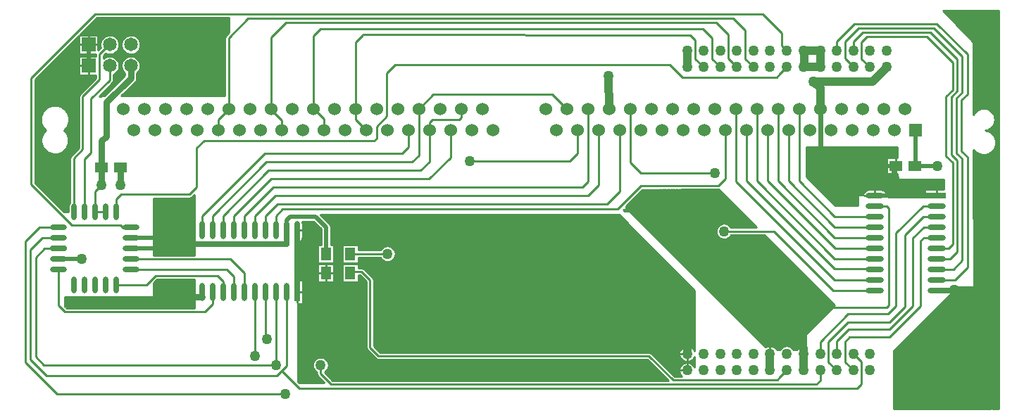
<source format=gbl>
G04*
G04 #@! TF.GenerationSoftware,Altium Limited,Altium Designer,21.1.0 (24)*
G04*
G04 Layer_Physical_Order=2*
G04 Layer_Color=16711680*
%FSLAX25Y25*%
%MOIN*%
G70*
G04*
G04 #@! TF.SameCoordinates,0D440C85-AE3C-4C52-A60E-649D9F504D21*
G04*
G04*
G04 #@! TF.FilePolarity,Positive*
G04*
G01*
G75*
%ADD11C,0.01000*%
%ADD19C,0.02000*%
%ADD20C,0.03000*%
%ADD21C,0.04000*%
%ADD23C,0.06500*%
%ADD24R,0.06500X0.06500*%
%ADD25C,0.05000*%
%ADD26C,0.06000*%
%ADD27R,0.06000X0.06000*%
%ADD28R,0.06000X0.05000*%
%ADD29O,0.08661X0.02756*%
%ADD30R,0.08661X0.02756*%
%ADD31O,0.02756X0.08661*%
%ADD32R,0.02756X0.08661*%
%ADD33R,0.05000X0.06000*%
%ADD34O,0.02400X0.08000*%
%ADD35O,0.08000X0.02400*%
G04:AMPARAMS|DCode=36|XSize=24mil|YSize=80mil|CornerRadius=0mil|HoleSize=0mil|Usage=FLASHONLY|Rotation=270.000|XOffset=0mil|YOffset=0mil|HoleType=Round|Shape=Octagon|*
%AMOCTAGOND36*
4,1,8,0.04000,0.00600,0.04000,-0.00600,0.03400,-0.01200,-0.03400,-0.01200,-0.04000,-0.00600,-0.04000,0.00600,-0.03400,0.01200,0.03400,0.01200,0.04000,0.00600,0.0*
%
%ADD36OCTAGOND36*%

%ADD37C,0.02500*%
%ADD38C,0.02200*%
D11*
X-156000Y-37300D02*
X-154727Y-36773D01*
X-156000Y-37300D02*
X-154725Y-36770D01*
X174003Y-35800D02*
X173759Y-34820D01*
X173170Y-34000D01*
X172320Y-33457D01*
X171329Y-33266D01*
X165423D02*
X164432Y-33457D01*
X163581Y-34000D01*
X162992Y-34820D01*
X162749Y-35800D01*
X-95800Y-120500D02*
X-95270Y-121775D01*
X-95800Y-120500D02*
X-95273Y-121773D01*
X-92141Y-119814D02*
X-91338Y-119212D01*
X-90721Y-118420D01*
X-90333Y-117495D01*
X-90200Y-116500D01*
X-90331Y-115510D01*
X-90716Y-114588D01*
X-91328Y-113798D01*
X-92125Y-113195D01*
X-93051Y-112820D01*
X-94043Y-112700D01*
X-95032Y-112843D01*
X-95949Y-113238D01*
X-96732Y-113859D01*
X-97326Y-114662D01*
X-97690Y-115593D01*
X-97799Y-116586D01*
X-97645Y-117573D01*
X-97240Y-118486D01*
X-96610Y-119262D01*
X-95800Y-119847D01*
X-72400Y-108100D02*
X-71873Y-109373D01*
X-72400Y-108100D02*
X-71870Y-109375D01*
X-67873Y-113373D02*
X-66600Y-113900D01*
X-67875Y-113370D02*
X-66600Y-113900D01*
X-104900Y-58189D02*
X-103967Y-57910D01*
X-103196Y-57315D01*
X-102689Y-56484D01*
X-102512Y-55527D01*
Y-49621D02*
X-102860Y-48300D01*
X-89230Y-50970D02*
X-89405Y-50090D01*
X-89904Y-49344D01*
X-89230Y-50970D02*
X-89405Y-50090D01*
X-89904Y-49344D01*
X-73325Y-70830D02*
X-74600Y-70300D01*
X-73327Y-70827D02*
X-74600Y-70300D01*
X-68800Y-76100D02*
X-69327Y-74827D01*
X-68800Y-76100D02*
X-69330Y-74825D01*
X-65706Y-65479D02*
X-65116Y-66289D01*
X-64335Y-66916D01*
X-63417Y-67318D01*
X-62426Y-67466D01*
X-61431Y-67349D01*
X-60501Y-66977D01*
X-59701Y-66374D01*
X-59085Y-65583D01*
X-58698Y-64659D01*
X-58566Y-63666D01*
X-58699Y-62670D01*
X-59088Y-61744D01*
X-59707Y-60952D01*
X-60511Y-60350D01*
X-61445Y-59979D01*
X-62444Y-59867D01*
X-63437Y-60020D01*
X-64355Y-60428D01*
X-65134Y-61063D01*
X-65720Y-61879D01*
X83000Y-117573D02*
X82543Y-116709D01*
X81881Y-115989D01*
X81057Y-115463D01*
X80126Y-115164D01*
X79150Y-115113D01*
X78192Y-115312D01*
X77318Y-115749D01*
X76584Y-116395D01*
X76039Y-117207D01*
X75719Y-118131D01*
X75645Y-119106D01*
X75823Y-120067D01*
X76240Y-120951D01*
X76869Y-121700D01*
X62675Y-110830D02*
X61400Y-110300D01*
X62673Y-110827D02*
X61400Y-110300D01*
X83000Y-109673D02*
X82527Y-108786D01*
X81839Y-108055D01*
X80983Y-107529D01*
X80019Y-107246D01*
X79014Y-107226D01*
X78039Y-107469D01*
X77162Y-107960D01*
X76445Y-108663D01*
X75936Y-109530D01*
X75673Y-110499D01*
X75673Y-111504D01*
X75936Y-112474D01*
X76445Y-113340D01*
X77162Y-114044D01*
X78039Y-114534D01*
X79014Y-114778D01*
X80019Y-114757D01*
X80983Y-114474D01*
X81839Y-113949D01*
X82527Y-113217D01*
X83000Y-112330D01*
X122064Y-109160D02*
X121442Y-108329D01*
X120618Y-107698D01*
X119654Y-107313D01*
X118622Y-107203D01*
X117599Y-107377D01*
X116660Y-107821D01*
X129964Y-109160D02*
X129362Y-108351D01*
X128569Y-107728D01*
X127639Y-107335D01*
X126640Y-107202D01*
X125640Y-107335D01*
X124711Y-107728D01*
X123917Y-108351D01*
X123316Y-109160D01*
X135500Y-107325D02*
X134507Y-107202D01*
X133516Y-107342D01*
X132597Y-107736D01*
X131811Y-108356D01*
X131216Y-109160D01*
X100347Y-51200D02*
X99759Y-50387D01*
X98979Y-49756D01*
X98061Y-49351D01*
X97069Y-49201D01*
X96072Y-49315D01*
X95140Y-49687D01*
X94337Y-50289D01*
X93721Y-51080D01*
X93332Y-52005D01*
X93200Y-53000D01*
X93332Y-53995D01*
X93721Y-54920D01*
X94337Y-55711D01*
X95140Y-56314D01*
X96072Y-56685D01*
X97069Y-56799D01*
X98061Y-56649D01*
X98979Y-56244D01*
X99759Y-55613D01*
X100347Y-54800D01*
X215088Y-14321D02*
X215713Y-15073D01*
X216456Y-15709D01*
X217295Y-16211D01*
X218207Y-16565D01*
X219165Y-16760D01*
X220142Y-16792D01*
X221111Y-16660D01*
X222044Y-16366D01*
X222914Y-15920D01*
X223697Y-15334D01*
X224370Y-14625D01*
X224915Y-13813D01*
X225315Y-12921D01*
X225560Y-11974D01*
X225642Y-11000D01*
Y-11000D02*
X225552Y-9978D01*
X225283Y-8988D01*
X224843Y-8061D01*
X224247Y-7226D01*
X223514Y-6510D01*
X222665Y-5933D01*
X221728Y-5515D01*
X220732Y-5269D01*
X220732Y-5269D02*
X221764Y-4986D01*
X222718Y-4503D01*
X223558Y-3840D01*
X224248Y-3024D01*
X224762Y-2086D01*
X225079Y-1064D01*
X225186Y0D01*
X225088Y1017D01*
X224799Y1996D01*
X224329Y2902D01*
X223695Y3703D01*
X222920Y4368D01*
X222032Y4874D01*
X221065Y5201D01*
X220053Y5339D01*
X219034Y5282D01*
X218044Y5031D01*
X217119Y4597D01*
X216294Y3995D01*
X215599Y3247D01*
X215059Y2381D01*
X-224166Y-5146D02*
X-224856Y-5863D01*
X-225429Y-6677D01*
X-225871Y-7569D01*
X-226171Y-8518D01*
X-226323Y-9501D01*
X-226324Y-10496D01*
X-226172Y-11480D01*
X-225872Y-12429D01*
X-225430Y-13321D01*
X-224858Y-14135D01*
X-224168Y-14852D01*
X-223376Y-15455D01*
X-222502Y-15931D01*
X-221566Y-16267D01*
X-220589Y-16457D01*
X-219594Y-16495D01*
X-218605Y-16381D01*
X-217646Y-16118D01*
X-216738Y-15710D01*
X-215902Y-15170D01*
X-215159Y-14507D01*
X-214526Y-13740D01*
X-214018Y-12884D01*
X-213646Y-11961D01*
X-213419Y-10992D01*
X-213342Y-10000D01*
X-213121Y0D02*
X-213195Y996D01*
X-213416Y1969D01*
X-213779Y2899D01*
X-214275Y3765D01*
X-214894Y4548D01*
X-215622Y5231D01*
X-216443Y5799D01*
X-217340Y6238D01*
X-218291Y6540D01*
X-219277Y6697D01*
X-220275Y6707D01*
X-221264Y6569D01*
X-222221Y6286D01*
X-223126Y5865D01*
X-223958Y5314D01*
X-224700Y4646D01*
X-225334Y3875D01*
X-225848Y3019D01*
X-226229Y2096D01*
X-226469Y1127D01*
X-226562Y133D01*
X-226508Y-863D01*
X-226307Y-1841D01*
X-225963Y-2778D01*
X-225484Y-3654D01*
X-224880Y-4449D01*
X-224166Y-5146D01*
X-213342Y-10000D02*
X-213435Y-8909D01*
X-213709Y-7849D01*
X-214157Y-6850D01*
X-214766Y-5941D01*
X-215519Y-5146D01*
X-215519Y-5146D02*
X-214819Y-4466D01*
X-214226Y-3691D01*
X-213750Y-2839D01*
X-213403Y-1926D01*
X-213192Y-974D01*
X-213121Y-0D01*
X-212700Y-39410D02*
X-213208Y-40204D01*
X-213386Y-41130D01*
X-212170Y-17125D02*
X-212700Y-18400D01*
X-212173Y-17127D02*
X-212700Y-18400D01*
X-207870Y12175D02*
X-208400Y10900D01*
X-207873Y12173D02*
X-208400Y10900D01*
X-192527Y17427D02*
X-192000Y18700D01*
X-192530Y17425D02*
X-192000Y18700D01*
X-181829Y17711D02*
X-181216Y18623D01*
X-181000Y19700D01*
X-181833Y17707D02*
X-181217Y18620D01*
X-181000Y19700D01*
X-189250Y25396D02*
X-189369Y26429D01*
X-189719Y27408D01*
X-190283Y28283D01*
X-191030Y29006D01*
X-191922Y29541D01*
X-192912Y29859D01*
X-193949Y29944D01*
X-194978Y29791D01*
X-195945Y29409D01*
X-196800Y28817D01*
X-192000Y21217D02*
X-191084Y21745D01*
X-190315Y22470D01*
X-189734Y23353D01*
X-189373Y24346D01*
X-189250Y25396D01*
X-195695Y31260D02*
X-194737Y30944D01*
X-193732Y30847D01*
X-192731Y30974D01*
X-191782Y31318D01*
X-190933Y31863D01*
X-190225Y32582D01*
X-189692Y33439D01*
X-189362Y34393D01*
X-189250Y35396D01*
X-189357Y36375D01*
X-189671Y37307D01*
X-190179Y38151D01*
X-190856Y38865D01*
X-191671Y39417D01*
X-192585Y39781D01*
X-193557Y39940D01*
X-194540Y39886D01*
X-195488Y39621D01*
X-196357Y39160D01*
X-197107Y38521D01*
X-197702Y37737D01*
X-198114Y36843D01*
X-198324Y35882D01*
X-198323Y34897D01*
X-198109Y33936D01*
X-179250Y25396D02*
X-179365Y26411D01*
X-179703Y27375D01*
X-180248Y28239D01*
X-180971Y28960D01*
X-181838Y29501D01*
X-182803Y29836D01*
X-183818Y29946D01*
X-184833Y29827D01*
X-185795Y29485D01*
X-186657Y28937D01*
X-187375Y28210D01*
X-187913Y27342D01*
X-188243Y26375D01*
X-188350Y25360D01*
X-188227Y24345D01*
X-187881Y23384D01*
X-187329Y22525D01*
X-186600Y21810D01*
X-181000D02*
X-180265Y22532D01*
X-179711Y23401D01*
X-179367Y24372D01*
X-179250Y25396D01*
Y35396D02*
X-179356Y36374D01*
X-179671Y37307D01*
X-180178Y38150D01*
X-180854Y38864D01*
X-181669Y39416D01*
X-182583Y39780D01*
X-183554Y39939D01*
X-184536Y39886D01*
X-185484Y39623D01*
X-186353Y39162D01*
X-187103Y38525D01*
X-187699Y37742D01*
X-188112Y36849D01*
X-188323Y35888D01*
Y34904D01*
X-188112Y33943D01*
X-187699Y33050D01*
X-187103Y32267D01*
X-186353Y31630D01*
X-185484Y31169D01*
X-184536Y30906D01*
X-183554Y30853D01*
X-182583Y31012D01*
X-181669Y31376D01*
X-180854Y31928D01*
X-180178Y32642D01*
X-179671Y33486D01*
X-179356Y34418D01*
X-179250Y35396D01*
X-138770Y39975D02*
X-139300Y38700D01*
X-138773Y39973D02*
X-139300Y38700D01*
X-120189Y-104890D02*
Y-81708D01*
X166068Y24828D02*
X166098Y24798D01*
X162000Y28700D02*
X166068Y24828D01*
X-112500Y-5000D02*
Y-400D01*
Y-5400D02*
Y-5000D01*
X-117500Y5000D02*
Y38800D01*
Y4600D02*
Y5000D01*
X-97500Y5100D02*
X-92500Y100D01*
X47500Y-34000D02*
Y-5000D01*
X97500Y-28200D02*
Y-5000D01*
X132500Y5000D02*
Y5100D01*
Y-29100D02*
Y5000D01*
X148882Y-89000D02*
X174000D01*
X-150189Y-52574D02*
Y-45790D01*
X-120400Y-16000D01*
X-145189Y-45790D02*
X-119600Y-20200D01*
X-145189Y-52574D02*
Y-45790D01*
X-200786Y-43930D02*
X-195786D01*
X-200786D02*
X-200772Y-34272D01*
X-197620Y-31120D01*
X-154725Y-36770D02*
X-153651Y-35697D01*
X-153800Y-62533D02*
Y-35846D01*
X-156000Y-37300D02*
X-153660D01*
X-153811Y-64430D02*
X-153651Y-35697D01*
X-154600Y-64430D02*
Y-36646D01*
X-155400Y-64430D02*
Y-37197D01*
X-156200Y-64430D02*
Y-37300D01*
X-173000D02*
X-156000D01*
X-157000Y-64430D02*
Y-37300D01*
X-157800Y-64430D02*
Y-37300D01*
X-158600Y-64430D02*
Y-37300D01*
X-159400Y-64430D02*
Y-37300D01*
X-160200Y-64430D02*
Y-37300D01*
X-161000Y-64430D02*
Y-37300D01*
X-161800Y-64430D02*
Y-37300D01*
X-162600Y-64430D02*
Y-37300D01*
X-163400Y-64430D02*
Y-37300D01*
X-164200Y-64430D02*
Y-37300D01*
X-165000Y-64430D02*
Y-37300D01*
X-165800Y-64430D02*
Y-37300D01*
X-166600Y-64430D02*
Y-37300D01*
X-167400Y-64430D02*
Y-37300D01*
X-168200Y-64430D02*
Y-37300D01*
X-169000Y-64430D02*
Y-37300D01*
X-169800Y-64430D02*
Y-37300D01*
X-173000Y-39100D02*
Y-37300D01*
X-170600Y-64430D02*
Y-37300D01*
X-171400Y-64430D02*
Y-37300D01*
X-172200Y-64430D02*
Y-37300D01*
X-173000Y-64430D02*
X-153811D01*
X-153900Y-80600D02*
X-153874Y-75900D01*
X-153900Y-89300D02*
Y-80600D01*
X-154600Y-89300D02*
Y-75900D01*
X-155400Y-89300D02*
Y-75900D01*
X-156200Y-89300D02*
Y-75900D01*
X-157000Y-89300D02*
Y-75900D01*
X-157800Y-89300D02*
Y-75900D01*
X-158600Y-89300D02*
Y-75900D01*
X-171354D02*
X-153874D01*
X-171955Y-76500D02*
X-153877D01*
X-159400Y-89300D02*
Y-75900D01*
X-172755Y-77300D02*
X-153882D01*
X-160200Y-89300D02*
Y-75900D01*
X-161000Y-89300D02*
Y-75900D01*
X-161800Y-89300D02*
Y-75900D01*
X-162600Y-89300D02*
Y-75900D01*
X-173000Y-64430D02*
Y-38500D01*
X-163400Y-89300D02*
Y-75900D01*
X-164200Y-89300D02*
Y-75900D01*
X-165000Y-89300D02*
Y-75900D01*
X-165800Y-89300D02*
Y-75900D01*
X-166600Y-89300D02*
Y-75900D01*
X-167400Y-89300D02*
Y-75900D01*
X-168200Y-89300D02*
Y-75900D01*
X-169000Y-89300D02*
Y-75900D01*
X-169800Y-89300D02*
Y-75900D01*
X-173000Y-77546D02*
X-171354Y-75900D01*
X-173000Y-84000D02*
Y-77546D01*
X-170600Y-89300D02*
Y-75900D01*
X-171400Y-89300D02*
Y-75946D01*
X-172200Y-89300D02*
Y-76746D01*
X-173000Y-38100D02*
X-153665D01*
X-173000Y-38900D02*
X-153669D01*
X-173000Y-39700D02*
X-153674D01*
X-173000Y-40500D02*
X-153678D01*
X-173000Y-41300D02*
X-153682D01*
X-173000Y-42100D02*
X-153687D01*
X-173000Y-42900D02*
X-153691D01*
X-173000Y-43700D02*
X-153696D01*
X-173000Y-44500D02*
X-153700D01*
X-173000Y-45300D02*
X-153705D01*
X-173000Y-46100D02*
X-153709D01*
X-173000Y-46900D02*
X-153714D01*
X-173000Y-47700D02*
X-153718D01*
X-173000Y-48500D02*
X-153722D01*
X-173000Y-49300D02*
X-153727D01*
X-173000Y-50100D02*
X-153731D01*
X-173000Y-50900D02*
X-153736D01*
X-173000Y-51700D02*
X-153740D01*
X-173000Y-52500D02*
X-153744D01*
X-173000Y-53300D02*
X-153749D01*
X-173000Y-54100D02*
X-153753D01*
X-173000Y-54900D02*
X-153758D01*
X-173000Y-55700D02*
X-153762D01*
X-173000Y-56500D02*
X-153767D01*
X-173000Y-57300D02*
X-153771D01*
X-173000Y-58100D02*
X-153776D01*
X-173000Y-58900D02*
X-153780D01*
X-173000Y-59700D02*
X-153784D01*
X-173000Y-60500D02*
X-153789D01*
X-173000Y-61300D02*
X-153793D01*
X-173000Y-62100D02*
X-153798D01*
X-173000Y-37300D02*
X-156000D01*
X-173000Y-62900D02*
X-153802D01*
X-173000Y-63700D02*
X-153806D01*
X-173000Y-64430D02*
Y-37300D01*
Y-78100D02*
X-153886D01*
X-173000Y-78900D02*
X-153891D01*
X-173000Y-79700D02*
X-153895D01*
X-173000Y-84000D02*
Y-77546D01*
Y-80500D02*
X-153900D01*
X-173000Y-81300D02*
X-153900D01*
X-173000Y-82100D02*
X-153900D01*
X-173000Y-82900D02*
X-153900D01*
X-173000Y-83700D02*
X-153900D01*
X-215000Y-84500D02*
X-153900D01*
X-215000Y-84000D02*
X-173000D01*
Y-89300D02*
Y-84000D01*
X-173800Y-89300D02*
Y-84000D01*
X-174600Y-89300D02*
Y-84000D01*
X-175400Y-89300D02*
Y-84000D01*
X-176200Y-89300D02*
Y-84000D01*
X-177000Y-89300D02*
Y-84000D01*
X-177800Y-89300D02*
Y-84000D01*
X-178600Y-89300D02*
Y-84000D01*
X-179400Y-89300D02*
Y-84000D01*
X-180200Y-89300D02*
Y-84000D01*
X-181000Y-89300D02*
Y-84000D01*
X-181800Y-89300D02*
Y-84000D01*
X-182600Y-89300D02*
Y-84000D01*
X-183400Y-89300D02*
Y-84000D01*
X-184200Y-89300D02*
Y-84000D01*
X-185000Y-89300D02*
Y-84000D01*
X-185800Y-89300D02*
Y-84000D01*
X-186600Y-89300D02*
Y-84000D01*
X-187400Y-89300D02*
Y-84000D01*
X-188200Y-89300D02*
Y-84000D01*
X-189000Y-89300D02*
Y-84000D01*
X-189800Y-89300D02*
Y-84000D01*
X-190600Y-89300D02*
Y-84000D01*
X-215000Y-85300D02*
X-153900D01*
X-215000Y-86100D02*
X-153900D01*
X-215000Y-86900D02*
X-153900D01*
X-215000Y-87700D02*
X-153900D01*
X-215000Y-88500D02*
X-153900D01*
X-214455Y-89300D02*
X-153900D01*
X-191400D02*
Y-84000D01*
X-192200Y-89300D02*
Y-84000D01*
X-193000Y-89300D02*
Y-84000D01*
X-193800Y-89300D02*
Y-84000D01*
X-194600Y-89300D02*
Y-84000D01*
X-195400Y-89300D02*
Y-84000D01*
X-196200Y-89300D02*
Y-84000D01*
X-197000Y-89300D02*
Y-84000D01*
X-197800Y-89300D02*
Y-84000D01*
X-198600Y-89300D02*
Y-84000D01*
X-199400Y-89300D02*
Y-84000D01*
X-200200Y-89300D02*
Y-84000D01*
X-201000Y-89300D02*
Y-84000D01*
X-201800Y-89300D02*
Y-84000D01*
X-202600Y-89300D02*
Y-84000D01*
X-203400Y-89300D02*
Y-84000D01*
X-204200Y-89300D02*
Y-84000D01*
X-205000Y-89300D02*
Y-84000D01*
X-205800Y-89300D02*
Y-84000D01*
X-206600Y-89300D02*
Y-84000D01*
X-207400Y-89300D02*
Y-84000D01*
X-208200Y-89300D02*
Y-84000D01*
X-209000Y-89300D02*
Y-84000D01*
X-209800Y-89300D02*
Y-84000D01*
X-210600Y-89300D02*
Y-84000D01*
X-211400Y-89300D02*
Y-84000D01*
X-215000Y-88754D02*
Y-84000D01*
X-212200Y-89300D02*
Y-84000D01*
X-213000Y-89300D02*
Y-84000D01*
X-213800Y-89300D02*
Y-84000D01*
X-152600Y-32100D02*
Y-13600D01*
X-156000Y-35500D02*
X-152600Y-32100D01*
X-188500Y-35500D02*
X-156000D01*
X-190786Y-37786D02*
X-188500Y-35500D01*
X-190786Y-43930D02*
Y-37786D01*
X-233700Y-115000D02*
Y-57700D01*
X-227130Y-51130D02*
X-218086D01*
X-233700Y-57700D02*
X-227130Y-51130D01*
X-228900Y-112400D02*
Y-65300D01*
X-224830Y-61230D02*
X-218086D01*
X-228900Y-65300D02*
X-224830Y-61230D01*
X200900Y-33266D02*
Y-28500D01*
X200600Y-33266D02*
Y-28500D01*
X179000Y-13000D02*
X179034Y-18225D01*
X199800Y-33266D02*
Y-28500D01*
X199000Y-33266D02*
Y-28500D01*
X179000Y-18225D02*
Y-13000D01*
X173950Y-18225D02*
X179034D01*
X173950Y-25825D02*
X179083D01*
X179100Y-28500D02*
X200900D01*
X179083Y-25825D02*
X179100Y-28500D01*
X198200Y-33266D02*
Y-28500D01*
X197400Y-33266D02*
Y-28500D01*
X196600Y-33266D02*
Y-28500D01*
X195800Y-33266D02*
Y-28500D01*
X195000Y-33266D02*
Y-28500D01*
X194200Y-33266D02*
Y-28500D01*
X193400Y-33266D02*
Y-28500D01*
X192600Y-33266D02*
Y-28500D01*
X191879Y-33266D02*
X200900D01*
X171753Y-33300D02*
X191879D01*
X178200Y-18225D02*
Y-13000D01*
X177400Y-18225D02*
Y-13000D01*
X176600Y-18225D02*
Y-13000D01*
X175800Y-18225D02*
Y-13000D01*
X175000Y-18225D02*
Y-13000D01*
X174200Y-18225D02*
Y-13000D01*
X171800Y-33308D02*
Y-13000D01*
X171000Y-33266D02*
Y-13000D01*
X170200Y-33266D02*
Y-13000D01*
X169400Y-33266D02*
Y-13000D01*
X178250Y-22025D02*
Y-18725D01*
X174450Y-22025D02*
X178250D01*
Y-25325D02*
Y-22025D01*
X173950Y-25825D02*
Y-18225D01*
X168600Y-33266D02*
Y-13000D01*
X167800Y-33266D02*
Y-13000D01*
X167000Y-33266D02*
Y-13000D01*
X165423Y-33266D02*
X171329D01*
X166200D02*
Y-13000D01*
X191800Y-35800D02*
Y-28500D01*
X191000Y-35800D02*
Y-28500D01*
X190200Y-35800D02*
Y-28500D01*
X189400Y-35800D02*
Y-28500D01*
X188600Y-35800D02*
Y-28500D01*
X187800Y-35800D02*
Y-28500D01*
X187000Y-35800D02*
Y-28500D01*
X186200Y-35800D02*
Y-28500D01*
X185400Y-35800D02*
Y-28500D01*
X184600Y-35800D02*
Y-28500D01*
X197510Y-35944D02*
Y-33766D01*
X192379Y-35944D02*
X197510D01*
X191879Y-35800D02*
Y-33266D01*
X183800Y-35800D02*
Y-28500D01*
X183000Y-35800D02*
Y-28500D01*
X173270Y-34100D02*
X191879D01*
X173795Y-34900D02*
X191879D01*
X173995Y-35700D02*
X191879D01*
X174003Y-35800D02*
X191879D01*
X179000D02*
Y-25825D01*
X178200Y-35800D02*
Y-25825D01*
X177400Y-35800D02*
Y-25825D01*
X176600Y-35800D02*
Y-25825D01*
X175800Y-35800D02*
Y-25825D01*
X172600Y-33587D02*
Y-13000D01*
X165400Y-33266D02*
Y-13000D01*
X164600Y-33396D02*
Y-13000D01*
X173400Y-34247D02*
Y-13000D01*
X163800Y-33814D02*
Y-13000D01*
X182200Y-35800D02*
Y-28500D01*
X181400Y-35800D02*
Y-28500D01*
X180600Y-35800D02*
Y-28500D01*
X179800Y-35800D02*
Y-28500D01*
X175000Y-35800D02*
Y-25825D01*
X174200Y-35800D02*
Y-25825D01*
X168376Y-35944D02*
X173507D01*
X168376D02*
Y-33766D01*
X136000Y-13000D02*
X179000D01*
X136000Y-13300D02*
X179002D01*
X136000Y-14100D02*
X179007D01*
X136000Y-14900D02*
X179012D01*
X136000Y-15700D02*
X179017D01*
X136000Y-16500D02*
X179023D01*
X136000Y-17300D02*
X179028D01*
X136000Y-18100D02*
X179033D01*
X136000Y-18900D02*
X173950D01*
X136000Y-19700D02*
X173950D01*
X138100Y-29300D02*
X200900D01*
X138900Y-30100D02*
X200900D01*
X139700Y-30900D02*
X200900D01*
X140500Y-31700D02*
X200900D01*
X141300Y-32500D02*
X200900D01*
X136000Y-26100D02*
X179085D01*
X136000Y-26900D02*
X179090D01*
X136000Y-20500D02*
X173950D01*
X136500Y-27700D02*
X179095D01*
X137300Y-28500D02*
X179100D01*
X142200Y-33400D02*
Y-13000D01*
X141400Y-32600D02*
Y-13000D01*
X140600Y-31800D02*
Y-13000D01*
X163000Y-34804D02*
Y-13000D01*
X143000Y-34200D02*
Y-13000D01*
X138200Y-29400D02*
Y-13000D01*
X137400Y-28600D02*
Y-13000D01*
X136600Y-27800D02*
Y-13000D01*
X139800Y-31000D02*
Y-13000D01*
X139000Y-30200D02*
Y-13000D01*
X136000Y-21300D02*
X173950D01*
X136000Y-22100D02*
X173950D01*
X136000Y-27200D02*
Y-13000D01*
X142100Y-33300D02*
X164999D01*
X142900Y-34100D02*
X163481D01*
X136000Y-22900D02*
X173950D01*
X136000Y-23700D02*
X173950D01*
X136000Y-24500D02*
X173950D01*
X136000Y-25300D02*
X173950D01*
X163245Y-35944D02*
X168376D01*
X162200Y-35800D02*
Y-13000D01*
X161400Y-35800D02*
Y-13000D01*
X160600Y-35800D02*
Y-13000D01*
X143700Y-34900D02*
X162957D01*
X144500Y-35700D02*
X162756D01*
X159800Y-40800D02*
Y-13000D01*
X159000Y-40800D02*
Y-13000D01*
X158200Y-40800D02*
Y-13000D01*
X160300Y-35800D02*
X162749D01*
X148500Y-39700D02*
X160300D01*
X149300Y-40500D02*
X160300D01*
Y-40800D02*
Y-35800D01*
X149600Y-40800D02*
X160300D01*
X145300Y-36500D02*
X160300D01*
X146100Y-37300D02*
X160300D01*
X146900Y-38100D02*
X160300D01*
X147700Y-38900D02*
X160300D01*
X157400Y-40800D02*
Y-13000D01*
X156600Y-40800D02*
Y-13000D01*
X155800Y-40800D02*
Y-13000D01*
X155000Y-40800D02*
Y-13000D01*
X154200Y-40800D02*
Y-13000D01*
X153400Y-40800D02*
Y-13000D01*
X152600Y-40800D02*
Y-13000D01*
X151800Y-40800D02*
Y-13000D01*
X151000Y-40800D02*
Y-13000D01*
X150200Y-40800D02*
Y-13000D01*
X147800Y-39000D02*
Y-13000D01*
X147000Y-38200D02*
Y-13000D01*
X146200Y-37400D02*
Y-13000D01*
X149400Y-40600D02*
Y-13000D01*
X148600Y-39800D02*
Y-13000D01*
X144600Y-35800D02*
Y-13000D01*
X143800Y-35000D02*
Y-13000D01*
X136000Y-27200D02*
X149600Y-40800D01*
X145400Y-36600D02*
Y-13000D01*
X-145189Y-87489D02*
Y-81708D01*
X-218100Y-88200D02*
Y-74300D01*
X-148900Y-91100D02*
X-145189Y-87489D01*
X-215200Y-91100D02*
X-148900D01*
X-218100Y-88200D02*
X-215200Y-91100D01*
X-145189Y-52574D02*
X-145189Y-49621D01*
X-119600Y-20200D02*
X-50600Y-20100D01*
X-47500Y-17000D01*
Y5000D01*
X-40600Y11900D01*
X15600D01*
X22500Y5000D01*
X-218600Y-130100D02*
X-110600D01*
X-233700Y-115000D02*
X-218600Y-130100D01*
X-152600Y-13600D02*
X-149100Y-10100D01*
X-68600D01*
X-67500Y-9000D01*
Y-3500D02*
X-62600Y1400D01*
X-67500Y-9000D02*
Y-3500D01*
X-62600Y1400D02*
Y21900D01*
X77400Y19900D02*
X121800D01*
X71400Y25900D02*
X77400Y19900D01*
X121800D02*
X123400Y21500D01*
X-62600Y21900D02*
X-58600Y25900D01*
X71400D01*
X123400Y21500D02*
Y21559D01*
X126640Y24798D01*
X-70600Y-108100D02*
Y-76100D01*
Y-108100D02*
X-66600Y-112100D01*
X-74600Y-72100D02*
X-70600Y-76100D01*
X-78966Y-72714D02*
X-78352Y-72100D01*
X-74600D01*
X61400Y-112100D02*
X72800Y-123500D01*
X122100D01*
X123400Y-122200D01*
Y-122141D01*
X-66600Y-112100D02*
X61400D01*
X123400Y-122141D02*
X126640Y-118902D01*
X-231000Y-30900D02*
X-211800Y-50100D01*
X-188600Y-50130D01*
X-187400Y-51330D01*
X-231000Y-30900D02*
Y19500D01*
X-200600Y49900D01*
X115400D01*
X-187400Y-51330D02*
X-186386Y-51130D01*
X-183586D01*
X124400Y34938D02*
Y40900D01*
X115400Y49900D02*
X124400Y40900D01*
Y34938D02*
X126640Y32698D01*
X-210900Y-43916D02*
X-210886Y-43930D01*
X-210900Y-43916D02*
Y-18400D01*
X-206600Y-14100D01*
Y10900D01*
X-198600Y18900D01*
Y30900D01*
X-194104Y35396D01*
X-193800D01*
X-205800Y-30800D02*
X-205786Y-39214D01*
X-205800Y-30800D02*
Y-18900D01*
X-202600Y-15700D01*
X-205786Y-43930D02*
Y-39214D01*
X-202600Y-15700D02*
Y9900D01*
X-193800Y18700D01*
Y25396D01*
X-135189Y-81708D02*
Y-74311D01*
X-138270Y-71230D02*
X-135189Y-74311D01*
X-183586Y-71230D02*
X-138270D01*
X-140190Y-81708D02*
Y-76811D01*
X-142900Y-74100D02*
X-140190Y-76811D01*
X-172100Y-74100D02*
X-142900D01*
X-176430Y-78430D02*
X-172100Y-74100D01*
X-190786Y-78430D02*
X-176430D01*
X-78966Y-63714D02*
X-74666D01*
X-71200Y-63700D01*
X-62366Y-63666D01*
X-218086Y-74286D02*
Y-71230D01*
X-218100Y-74300D02*
X-218086Y-74286D01*
X-140190Y-52574D02*
Y-45790D01*
X-118600Y-24200D01*
X-46600Y-24100D01*
X-42500Y-20000D01*
Y-5000D01*
Y-1500D01*
X-41000Y0D01*
X-28500D01*
X-27500Y1000D01*
Y5000D01*
X132500Y-29100D02*
X149344Y-45944D01*
X168376D01*
X127500Y-29100D02*
X149344Y-50944D01*
X127500Y-29100D02*
Y-5000D01*
X149344Y-50944D02*
X168376D01*
X122500Y-29100D02*
Y5000D01*
Y-29100D02*
X149344Y-56044D01*
X168376Y-55944D01*
X117500Y-29100D02*
Y-5000D01*
Y-29100D02*
X149544Y-60944D01*
X168376D01*
X112500Y-29100D02*
Y5000D01*
Y-29100D02*
X149244Y-65944D01*
X168376D01*
X107500Y-29200D02*
X149300Y-70900D01*
X167620D01*
X107500Y-29200D02*
Y-5000D01*
X167620Y-70900D02*
X168376Y-70944D01*
X102500Y-29300D02*
Y5000D01*
Y-29300D02*
X149144Y-75944D01*
X168376D01*
X52500Y-20500D02*
X57500Y-25500D01*
X92500D01*
X52500Y-20500D02*
Y5000D01*
X120500Y-53000D02*
X148444Y-80944D01*
X168376D01*
X97000Y-53000D02*
X120500D01*
X-125189Y-52574D02*
Y-45790D01*
X-115400Y-36000D01*
X32500D01*
X37500Y-31000D01*
Y-5000D01*
X-130190Y-52574D02*
Y-45790D01*
X-116500Y-32100D01*
X29900D01*
X32500Y-29500D01*
Y5000D01*
X-115190Y-52574D02*
Y-45790D01*
X-112000Y-42600D01*
X46500Y-42500D01*
X57500Y-31500D01*
X94300Y-31400D01*
X97500Y-28200D01*
Y-5000D02*
Y-4900D01*
X-120189Y-52574D02*
Y-45790D01*
X-114400Y-40000D01*
X41500D01*
X47500Y-34000D01*
Y-5000D02*
Y-4900D01*
X174000Y-89000D02*
X175000Y-88000D01*
Y-42000D01*
X173944Y-40944D02*
X175000Y-42000D01*
X168376Y-40944D02*
X173944D01*
X-120400Y-16000D02*
X-55400D01*
X-52500Y-13100D01*
Y-5000D01*
X-23500Y-19700D02*
X24000D01*
X27500Y-16200D01*
Y-5000D01*
X-135189Y-52574D02*
Y-50100D01*
X-135100Y-51800D01*
Y-45800D01*
X-117500Y-28200D01*
X-42600Y-28100D01*
X-32500Y-18000D01*
Y-5000D01*
X-130190Y-81708D02*
Y-72811D01*
X-136770Y-66230D02*
X-130190Y-72811D01*
X-183586Y-66230D02*
X-136770D01*
X-223690Y-121311D02*
X-114590D01*
X-231300Y-113700D02*
X-223690Y-121311D01*
X-114590D02*
X-112390Y-119111D01*
X-104000Y-127500D01*
X-231300Y-113700D02*
Y-61800D01*
X-225730Y-56230D01*
X-218086D01*
X-104000Y-127500D02*
X160000D01*
X-112390Y-119111D02*
X-110189Y-116911D01*
X160000Y-127500D02*
X162000Y-125500D01*
Y-114862D01*
X-110189Y-116911D02*
Y-81708D01*
X158140Y-111002D02*
X162000Y-114862D01*
X-224990Y-116311D02*
X-115190D01*
X-228900Y-112400D02*
X-224990Y-116311D01*
X-89000Y-125500D02*
X140700D01*
X-94000Y-120500D02*
X-89000Y-125500D01*
X140700D02*
X142440Y-123760D01*
Y-118902D01*
X-94000Y-120500D02*
Y-116500D01*
X-115190Y-116311D02*
Y-81708D01*
X-77500Y0D02*
Y5000D01*
Y0D02*
X-72500Y-5000D01*
X-77500Y5000D02*
Y36500D01*
X-74000Y40000D01*
X83400Y28500D02*
X87102Y24798D01*
X87340D01*
X-74000Y40000D02*
Y40100D01*
X80900Y40000D01*
X83400Y28500D02*
Y37500D01*
X80900Y40000D02*
X83400Y37500D01*
X-97500Y5100D02*
Y39500D01*
Y5000D02*
Y5100D01*
Y39500D02*
X-94000Y43000D01*
X-92500Y-5000D02*
Y100D01*
X91300Y28600D02*
X95101Y24798D01*
X91300Y28600D02*
Y38600D01*
X-94000Y43000D02*
X86900D01*
X95101Y24798D02*
X95140D01*
X86900Y43000D02*
X91300Y38600D01*
X-117500Y4600D02*
X-112500Y-400D01*
X-117500Y38800D02*
X-110300Y46000D01*
X99000Y28838D02*
X103040Y24798D01*
X-110300Y46000D02*
X93300D01*
X99000Y28838D02*
Y40300D01*
X93300Y46000D02*
X99000Y40300D01*
X-142500Y-5000D02*
Y0D01*
X-137500Y5000D01*
Y38700D01*
X-128300Y47900D01*
X107000Y28600D02*
X110801Y24798D01*
X110940D01*
X-128300Y47900D02*
X101400D01*
X107000Y28600D02*
Y42300D01*
X101400Y47900D02*
X107000Y42300D01*
X142440Y-111002D02*
Y-105360D01*
X155600Y-92200D01*
X174700D01*
X178400Y-88500D01*
Y-53900D01*
X191356Y-40944D01*
X197510D01*
X146300Y-114962D02*
X150240Y-118902D01*
X146300Y-114962D02*
Y-105600D01*
X155700Y-96200D01*
X175100D01*
X182600Y-88700D01*
Y-54700D01*
X191356Y-45944D01*
X197510D01*
X150200Y-110962D02*
X150240Y-111002D01*
X150200Y-110962D02*
Y-105200D01*
X155800Y-99600D01*
X175200D01*
X186400Y-88400D01*
Y-56000D01*
X191456Y-50944D01*
X197510D01*
X154200Y-115000D02*
X158101Y-118902D01*
X154200Y-115000D02*
Y-105300D01*
X156400Y-103100D01*
X175400D01*
X158101Y-118902D02*
X158140D01*
X175400Y-103100D02*
X190000Y-88500D01*
Y-57500D01*
X191556Y-55944D01*
X197510D01*
X166040Y24798D02*
X166098D01*
X162000Y28700D02*
Y36700D01*
X164600Y39300D01*
X192800D01*
X205100Y27000D01*
X197510Y-60944D02*
X197566Y-61000D01*
X203200D01*
X205100Y-59100D01*
Y-20600D01*
X202000Y-17500D02*
X205100Y-20600D01*
X202000Y-17500D02*
Y10800D01*
X205100Y13900D01*
Y27000D01*
X194500Y41300D02*
X207300Y28500D01*
X158140Y32698D02*
Y36840D01*
X162600Y41300D01*
X194500D01*
X197510Y-65944D02*
X204056D01*
X207300Y-62700D01*
Y-19500D01*
X204500Y-16700D02*
X207300Y-19500D01*
X204500Y-16700D02*
Y10600D01*
X207300Y13400D01*
Y28500D01*
X154100Y28800D02*
X158140Y24840D01*
Y24798D02*
Y24840D01*
X154100Y28800D02*
Y36800D01*
X160600Y43300D01*
X196100D01*
X197510Y-70944D02*
X205456D01*
X209600Y-66800D01*
Y-18600D01*
X207000Y-16000D02*
X209600Y-18600D01*
X207000Y-16000D02*
Y10100D01*
X209600Y12700D01*
Y29800D01*
X196100Y43300D02*
X209600Y29800D01*
X197510Y-75944D02*
X206256D01*
X150240Y32698D02*
Y36940D01*
X158600Y45300D01*
X197600D01*
X206256Y-75944D02*
X212100Y-70100D01*
Y-17700D01*
X209400Y-15000D02*
X212100Y-17700D01*
X209400Y-15000D02*
Y9300D01*
X212100Y12000D01*
Y30800D01*
X197600Y45300D02*
X212100Y30800D01*
X-125200Y-112100D02*
Y-81718D01*
X-125189Y-81708D01*
X-104900Y-124055D02*
X-104254Y-124700D01*
X-104900Y-118900D02*
X-96946D01*
X-104900Y-118100D02*
X-97447D01*
X-104900Y-117300D02*
X-97715D01*
X-104900Y-116500D02*
X-97800D01*
X-104900Y-115700D02*
X-97715D01*
X-104900Y-123700D02*
X-93346D01*
X-104900Y-122900D02*
X-94146D01*
X-104900Y-122100D02*
X-94946D01*
X-104900Y-121300D02*
X-95613D01*
X-104900Y-120500D02*
X-95800D01*
X-104900Y-119700D02*
X-96049D01*
X-104900Y-114900D02*
X-97447D01*
X-104900Y-114100D02*
X-96946D01*
X-104900Y-113300D02*
X-96049D01*
X-104900Y-108500D02*
X-72355D01*
X-104900Y-107700D02*
X-72400D01*
X-104900Y-106900D02*
X-72400D01*
X-104900Y-106100D02*
X-72400D01*
X-104900Y-105300D02*
X-72400D01*
X-104900Y-104500D02*
X-72400D01*
X-104900Y-103700D02*
X-72400D01*
X-104900Y-102900D02*
X-72400D01*
X-104900Y-102100D02*
X-72400D01*
X-104900Y-101300D02*
X-72400D01*
X-95400Y-124700D02*
Y-121631D01*
X-97800Y-124700D02*
Y-116500D01*
X-97000Y-124700D02*
Y-118832D01*
X-96200Y-124700D02*
Y-119598D01*
X-104455Y-124500D02*
X-92546D01*
X-104254Y-124700D02*
X-92346D01*
X-93800D02*
Y-123246D01*
X-95271Y-121775D02*
X-92346Y-124700D01*
X-94600D02*
Y-122446D01*
X-92141Y-119814D02*
X-88254Y-123700D01*
X-90600Y-121354D02*
Y-118197D01*
X-91400Y-120554D02*
Y-119271D01*
X-104900Y-100500D02*
X-72400D01*
X-104900Y-99700D02*
X-72400D01*
X-104900Y-98900D02*
X-72400D01*
X-104900Y-98100D02*
X-72400D01*
X-104900Y-97300D02*
X-72400D01*
X-104900Y-96500D02*
X-72400D01*
X-104900Y-95700D02*
X-72400D01*
X-104900Y-94900D02*
X-72400D01*
X-104900Y-94100D02*
X-72400D01*
X-104900Y-124055D02*
Y-87339D01*
X-104200Y-124700D02*
Y-87339D01*
X-103400Y-124700D02*
Y-87339D01*
X-102600Y-124700D02*
Y-87339D01*
X-101800Y-124700D02*
Y-48300D01*
X-101000Y-124700D02*
Y-48300D01*
X-100200Y-124700D02*
Y-48300D01*
X-97000Y-114168D02*
Y-48753D01*
X-96200Y-113402D02*
Y-49553D01*
X-99400Y-124700D02*
Y-48300D01*
X-98600Y-124700D02*
Y-48300D01*
X-97800Y-116500D02*
Y-48300D01*
X-104900Y-87339D02*
X-102512D01*
X-105190Y-86839D02*
Y-81708D01*
X-103012D01*
X-105190D02*
Y-76577D01*
X-95400Y-112967D02*
Y-50353D01*
X-102512Y-87339D02*
Y-76077D01*
X-104900Y-93300D02*
X-72400D01*
X-104900Y-92500D02*
X-72400D01*
X-104900Y-91700D02*
X-72400D01*
X-94600Y-112748D02*
Y-76960D01*
X-104900Y-90900D02*
X-72400D01*
X-93800Y-112705D02*
Y-76960D01*
X-93000Y-112834D02*
Y-76960D01*
X-88200Y-123700D02*
Y-76960D01*
X-87400Y-123700D02*
Y-45200D01*
X-86600Y-123700D02*
Y-45200D01*
X-85800Y-123700D02*
Y-45200D01*
X-85000Y-123700D02*
Y-45200D01*
X-84200Y-123700D02*
Y-45200D01*
X-83400Y-123700D02*
Y-77014D01*
X-82600Y-123700D02*
Y-77014D01*
X-81800Y-123700D02*
Y-77014D01*
X-81000Y-123700D02*
Y-77014D01*
X-80200Y-123700D02*
Y-77014D01*
X-79400Y-123700D02*
Y-77014D01*
X-78600Y-123700D02*
Y-77014D01*
X-92200Y-113153D02*
Y-76960D01*
X-77800Y-123700D02*
Y-77014D01*
X-91400Y-113729D02*
Y-76960D01*
X-90600Y-114803D02*
Y-76960D01*
X-89000Y-122954D02*
Y-76960D01*
X-89800Y-122154D02*
Y-76960D01*
X-77000Y-123700D02*
Y-77014D01*
X-76200Y-123700D02*
Y-77014D01*
X-72400Y-108100D02*
Y-76846D01*
X-75400Y-123700D02*
Y-73900D01*
X-74600Y-123700D02*
Y-74646D01*
X-73800Y-123700D02*
Y-75446D01*
X-73000Y-123700D02*
Y-76246D01*
X-91951Y-119700D02*
X66454D01*
X-91054Y-118900D02*
X65654D01*
X-90553Y-118100D02*
X64854D01*
X-90285Y-117300D02*
X64054D01*
X-72200Y-123700D02*
Y-108925D01*
X-71400Y-123700D02*
Y-109846D01*
X-89055Y-122900D02*
X69654D01*
X-88254Y-123700D02*
X70454D01*
X-88254D02*
X70454D01*
X-91454Y-120500D02*
X67254D01*
X-89855Y-122100D02*
X68854D01*
X-90654Y-121300D02*
X68054D01*
X-104900Y-111700D02*
X-69546D01*
X-104900Y-110900D02*
X-70346D01*
X-104900Y-110100D02*
X-71146D01*
X-104900Y-109300D02*
X-71942D01*
X-90285Y-115700D02*
X62454D01*
X-90200Y-116500D02*
X63254D01*
X-90553Y-114900D02*
X61654D01*
X-91951Y-113300D02*
X-67946D01*
X-104900Y-112500D02*
X-68746D01*
X-91054Y-114100D02*
X60854D01*
X-71870Y-109375D02*
X-67875Y-113371D01*
X-68200Y-123700D02*
Y-113046D01*
X-67400Y-123700D02*
Y-113713D01*
X-66600Y-123700D02*
Y-113900D01*
X-70600Y-123700D02*
Y-110646D01*
X-69800Y-123700D02*
Y-111446D01*
X-69000Y-123700D02*
Y-112246D01*
X-65800Y-123700D02*
Y-113900D01*
X-65000Y-123700D02*
Y-113900D01*
X-64200Y-123700D02*
Y-113900D01*
X-66600D02*
X60654D01*
X-66855Y-109300D02*
X76042D01*
X-65855Y-110300D02*
X61400D01*
X-66054Y-110100D02*
X75748D01*
X-68800Y-107354D02*
X-65855Y-110300D01*
X-67655Y-108500D02*
X76579D01*
X-68454Y-107700D02*
X77558D01*
X-68800Y-106900D02*
X83000D01*
X-68800Y-106100D02*
X83000D01*
X-68800Y-105300D02*
X83000D01*
X-68800Y-104500D02*
X83000D01*
X-68800Y-103700D02*
X83000D01*
X-68800Y-102900D02*
X83000D01*
X-68800Y-102100D02*
X83000D01*
X-68800Y-101300D02*
X83000D01*
X-68800Y-100500D02*
X83000D01*
X-68800Y-99700D02*
X83000D01*
X-104900Y-90100D02*
X-72400D01*
X-68800Y-98900D02*
X83000D01*
X-104900Y-89300D02*
X-72400D01*
X-68800Y-98100D02*
X83000D01*
X-68800Y-97300D02*
X83000D01*
X-68800Y-96500D02*
X83000D01*
X-68800Y-95700D02*
X83000D01*
X-68800Y-94900D02*
X83000D01*
X-68800Y-94100D02*
X83000D01*
X-104900Y-88500D02*
X-72400D01*
X-104900Y-87700D02*
X-72400D01*
X-102512Y-86900D02*
X-72400D01*
X-102512Y-86100D02*
X-72400D01*
X-102512Y-85300D02*
X-72400D01*
X-102512Y-84500D02*
X-72400D01*
X-102512Y-83700D02*
X-72400D01*
X-102512Y-82900D02*
X-72400D01*
X-102512Y-82100D02*
X-72400D01*
X-102512Y-81300D02*
X-72400D01*
X-102512Y-80500D02*
X-72400D01*
X-102512Y-79700D02*
X-72400D01*
X-102512Y-78900D02*
X-72400D01*
X-68800Y-107354D02*
Y-76100D01*
X-65000Y-110300D02*
Y-66405D01*
X-68200Y-107955D02*
Y-65489D01*
X-67400Y-108755D02*
Y-65486D01*
X-65800Y-110300D02*
Y-65479D01*
X-66600Y-109555D02*
Y-65482D01*
X-68800Y-93300D02*
X83000D01*
X-68800Y-92500D02*
X83000D01*
X-68800Y-91700D02*
X83000D01*
X-68800Y-90900D02*
X83000D01*
X-68800Y-90100D02*
X83000D01*
X-64200Y-110300D02*
Y-66994D01*
X-63400Y-110300D02*
Y-67323D01*
X-68800Y-89300D02*
X83000D01*
X-68800Y-88500D02*
X83000D01*
X-68800Y-87700D02*
X83000D01*
X-68800Y-86900D02*
X83000D01*
X-68800Y-80500D02*
X82400D01*
X-68800Y-79700D02*
X81600D01*
X-68800Y-86100D02*
X83000D01*
X-68800Y-85300D02*
X83000D01*
X-68800Y-84500D02*
X83000D01*
X-68800Y-83700D02*
X83000D01*
X-68800Y-82900D02*
X83000D01*
X-68800Y-82100D02*
X83000D01*
X-68800Y-81300D02*
X83000D01*
X-104900Y-76077D02*
X-102512D01*
Y-76500D02*
X-95330D01*
X-104900Y-75700D02*
X-95330D01*
X-104900Y-74900D02*
X-95330D01*
Y-76960D02*
Y-68360D01*
X-104900Y-74100D02*
X-95330D01*
X-104900Y-73300D02*
X-95330D01*
Y-76960D02*
X-87730D01*
X-104900Y-72500D02*
X-95330D01*
X-104900Y-71700D02*
X-95330D01*
X-104900Y-70900D02*
X-95330D01*
X-104900Y-70100D02*
X-95330D01*
X-104900Y-69300D02*
X-95330D01*
X-104900Y-68500D02*
X-95330D01*
X-104900Y-67700D02*
X-95330D01*
X-104900Y-66900D02*
X-95330D01*
X-104900Y-66100D02*
X-95330D01*
X-104900Y-65300D02*
X-95330D01*
X-104900Y-64500D02*
X-95330D01*
Y-68360D02*
X-87730D01*
X-95330Y-67960D02*
X-87730D01*
X-104900Y-63700D02*
X-95330D01*
X-104900Y-62900D02*
X-95330D01*
X-104900Y-62100D02*
X-95330D01*
X-104900Y-61300D02*
X-95330D01*
X-94830Y-72660D02*
X-91530D01*
Y-76460D02*
Y-72660D01*
X-88230D01*
X-91530D02*
Y-68860D01*
X-87730Y-76960D02*
Y-68360D01*
X-83766Y-77014D02*
Y-68414D01*
X-87730Y-76500D02*
X-83766D01*
X-87730Y-75700D02*
X-83766D01*
X-87730Y-74900D02*
X-83766D01*
X-87730Y-74100D02*
X-83766D01*
X-87730Y-73300D02*
X-83766D01*
X-87730Y-72500D02*
X-83766D01*
X-87730Y-71700D02*
X-83766D01*
X-87730Y-70900D02*
X-83766D01*
X-87730Y-70100D02*
X-83766D01*
X-87730Y-69300D02*
X-83766D01*
X-87730Y-68500D02*
X-83766D01*
X-87730Y-67700D02*
X-83766D01*
X-87730Y-66900D02*
X-83766D01*
X-87730Y-66100D02*
X-83766D01*
X-87730Y-65300D02*
X-83766D01*
X-87730Y-64500D02*
X-83766D01*
X-87730Y-63700D02*
X-83766D01*
X-87730Y-62900D02*
X-83766D01*
X-87730Y-62100D02*
X-83766D01*
X-104900Y-76077D02*
Y-58189D01*
X-104200Y-76077D02*
Y-58015D01*
X-103400Y-76077D02*
Y-57519D01*
X-102600Y-76077D02*
Y-56209D01*
X-105190Y-57705D02*
Y-52574D01*
X-104900Y-60500D02*
X-95330D01*
X-104900Y-59700D02*
X-95330D01*
X-104900Y-58900D02*
X-93830D01*
X-104448Y-58100D02*
X-93830D01*
X-103183Y-57300D02*
X-93830D01*
X-102695Y-56500D02*
X-93830D01*
X-105190Y-52574D02*
X-103012D01*
X-102512Y-55527D02*
Y-49621D01*
Y-50100D02*
X-95653D01*
X-102531Y-49300D02*
X-96453D01*
X-102860Y-48300D02*
X-97453D01*
X-102517Y-55700D02*
X-93830D01*
X-102512Y-54900D02*
X-93830D01*
X-102512Y-54100D02*
X-93830D01*
X-102512Y-53300D02*
X-93830D01*
X-102512Y-52500D02*
X-93830D01*
X-102512Y-51700D02*
X-94053D01*
X-102512Y-50900D02*
X-94853D01*
X-95330Y-67960D02*
Y-59360D01*
X-93830D01*
Y-51923D01*
X-94600Y-59360D02*
Y-51153D01*
X-89230Y-59360D02*
Y-50970D01*
X-89000Y-59360D02*
Y-45200D01*
X-87730Y-61300D02*
X-83766D01*
X-87730Y-60500D02*
X-83766D01*
X-87730Y-59700D02*
X-83766D01*
X-89230Y-59360D02*
X-87730D01*
X-88200D02*
Y-45200D01*
X-87730Y-67960D02*
Y-59360D01*
X-83766Y-68014D02*
Y-59414D01*
X-102758Y-48500D02*
X-97253D01*
X-97453Y-48300D02*
X-93830Y-51923D01*
X-93000Y-46247D02*
Y-45200D01*
X-92200Y-47047D02*
Y-45200D01*
X-90600Y-48647D02*
Y-45200D01*
X-91400Y-47847D02*
Y-45200D01*
X-89800Y-49454D02*
Y-45200D01*
X-83400Y-59414D02*
Y-45200D01*
X-94047D02*
X-89904Y-49344D01*
X-82600Y-59414D02*
Y-45200D01*
X-81800Y-59414D02*
Y-45200D01*
X-83766Y-77014D02*
X-76166D01*
Y-75700D02*
X-73546D01*
X-76166Y-74900D02*
X-74346D01*
X-76166Y-74100D02*
X-75146D01*
X-76166Y-77014D02*
Y-73900D01*
X-75346D01*
X-102512Y-78100D02*
X-72400D01*
X-102512Y-77300D02*
X-72400D01*
X-76166Y-76500D02*
X-72746D01*
X-75346Y-73900D02*
X-72400Y-76846D01*
X-83766Y-68414D02*
X-76166D01*
Y-70300D02*
X-74600D01*
X-76166D02*
Y-68414D01*
X-83766Y-68014D02*
X-76166D01*
X-75400Y-70300D02*
Y-65514D01*
X-76166Y-68014D02*
Y-65514D01*
Y-70100D02*
X72000D01*
X-76166Y-69300D02*
X71200D01*
X-76166Y-68500D02*
X70400D01*
X-76166Y-67700D02*
X69600D01*
X-76166Y-66900D02*
X-64362D01*
X-76166Y-66100D02*
X-65285D01*
X-76166Y-65514D02*
X-74666D01*
X-70055Y-74100D02*
X76000D01*
X-73325Y-70830D02*
X-69330Y-74825D01*
X-69000Y-75275D02*
Y-65492D01*
X-69800Y-74354D02*
Y-65495D01*
X-68800Y-78900D02*
X80800D01*
X-68800Y-78100D02*
X80000D01*
X-68800Y-77300D02*
X79200D01*
X-69258Y-74900D02*
X76800D01*
X-68800Y-76500D02*
X78400D01*
X-68845Y-75700D02*
X77600D01*
X-74600Y-70300D02*
Y-65514D01*
X-73000Y-71154D02*
Y-65507D01*
X-73800Y-70488D02*
Y-65511D01*
X-74655Y-65514D02*
X-71197Y-65500D01*
X-71400Y-72755D02*
Y-65501D01*
X-72200Y-71955D02*
Y-65504D01*
X-72455Y-71700D02*
X73600D01*
X-70855Y-73300D02*
X75200D01*
X-71654Y-72500D02*
X74400D01*
X-73255Y-70900D02*
X72800D01*
X-71193Y-65500D02*
X-65706Y-65479D01*
X-70600Y-73554D02*
Y-65498D01*
X-83766Y-59414D02*
X-76166D01*
X-81000D02*
Y-45200D01*
X-80200Y-59414D02*
Y-45200D01*
X-79400Y-59414D02*
Y-45200D01*
X-78600Y-59414D02*
Y-45200D01*
X-77800Y-59414D02*
Y-45200D01*
X-89230Y-58900D02*
X60800D01*
X-89230Y-58100D02*
X60000D01*
X-89230Y-57300D02*
X59200D01*
X-89230Y-56500D02*
X58400D01*
X-89230Y-55700D02*
X57600D01*
X-89230Y-54900D02*
X56800D01*
X-92347Y-46900D02*
X48800D01*
X-90747Y-48500D02*
X50400D01*
X-91547Y-47700D02*
X49600D01*
X-93947Y-45300D02*
X47200D01*
X-93147Y-46100D02*
X48000D01*
X-94047Y-45200D02*
X47100D01*
X-89230Y-54100D02*
X56000D01*
X-89230Y-53300D02*
X55200D01*
X-89230Y-52500D02*
X54400D01*
X-89401Y-50100D02*
X52000D01*
X-89947Y-49300D02*
X51200D01*
X-89230Y-51700D02*
X53600D01*
X-89231Y-50900D02*
X52800D01*
X-76166Y-61914D02*
X-74669D01*
X-76166D02*
Y-59414D01*
X-75400Y-61914D02*
Y-45200D01*
X-74600Y-61914D02*
Y-45200D01*
X-73800Y-61911D02*
Y-45200D01*
X-73000Y-61907D02*
Y-45200D01*
X-74669Y-61914D02*
X-71212Y-61900D01*
X-71207D02*
X-65720Y-61879D01*
X-72200Y-61904D02*
Y-45200D01*
X-71400Y-61901D02*
Y-45200D01*
X-70600Y-61898D02*
Y-45200D01*
X-69800Y-61895D02*
Y-45200D01*
X-77000Y-59414D02*
Y-45200D01*
X-69000Y-61892D02*
Y-45200D01*
X-76200Y-59414D02*
Y-45200D01*
X-68200Y-61888D02*
Y-45200D01*
X-67400Y-61885D02*
Y-45200D01*
X-66600Y-61882D02*
Y-45200D01*
X-76166Y-61300D02*
X-65340D01*
X-76166Y-60500D02*
X-64468D01*
X-76166Y-59700D02*
X61600D01*
X-65800Y-61879D02*
Y-45200D01*
X-65000Y-60927D02*
Y-45200D01*
X-64200Y-60338D02*
Y-45200D01*
X-63400Y-60009D02*
Y-45200D01*
Y-123700D02*
Y-113900D01*
X-62600Y-123700D02*
Y-113900D01*
X-61800Y-123700D02*
Y-113900D01*
X-61000Y-123700D02*
Y-113900D01*
X-60200Y-123700D02*
Y-113900D01*
X-59400Y-123700D02*
Y-113900D01*
X-58600Y-123700D02*
Y-113900D01*
X-57800Y-123700D02*
Y-113900D01*
X-57000Y-123700D02*
Y-113900D01*
X-56200Y-123700D02*
Y-113900D01*
X-55400Y-123700D02*
Y-113900D01*
X-54600Y-123700D02*
Y-113900D01*
X-53800Y-123700D02*
Y-113900D01*
X-53000Y-123700D02*
Y-113900D01*
X-52200Y-123700D02*
Y-113900D01*
X-51400Y-123700D02*
Y-113900D01*
X-50600Y-123700D02*
Y-113900D01*
X-49800Y-123700D02*
Y-113900D01*
X-49000Y-123700D02*
Y-113900D01*
X-48200Y-123700D02*
Y-113900D01*
X-47400Y-123700D02*
Y-113900D01*
X-46600Y-123700D02*
Y-113900D01*
X-45800Y-123700D02*
Y-113900D01*
X-45000Y-123700D02*
Y-113900D01*
X-44200Y-123700D02*
Y-113900D01*
X-43400Y-123700D02*
Y-113900D01*
X-42600Y-123700D02*
Y-113900D01*
X-41800Y-123700D02*
Y-113900D01*
X-41000Y-123700D02*
Y-113900D01*
X-40200Y-123700D02*
Y-113900D01*
X-39400Y-123700D02*
Y-113900D01*
X-38600Y-123700D02*
Y-113900D01*
X-37800Y-123700D02*
Y-113900D01*
X-37000Y-123700D02*
Y-113900D01*
X-36200Y-123700D02*
Y-113900D01*
X-35400Y-123700D02*
Y-113900D01*
X-34600Y-123700D02*
Y-113900D01*
X-33800Y-123700D02*
Y-113900D01*
X-33000Y-123700D02*
Y-113900D01*
X-32200Y-123700D02*
Y-113900D01*
X-31400Y-123700D02*
Y-113900D01*
X-30600Y-123700D02*
Y-113900D01*
X-29800Y-123700D02*
Y-113900D01*
X-29000Y-123700D02*
Y-113900D01*
X-28200Y-123700D02*
Y-113900D01*
X-27400Y-123700D02*
Y-113900D01*
X-26600Y-123700D02*
Y-113900D01*
X-25800Y-123700D02*
Y-113900D01*
X-25000Y-123700D02*
Y-113900D01*
X-24200Y-123700D02*
Y-113900D01*
X-23400Y-123700D02*
Y-113900D01*
X-22600Y-123700D02*
Y-113900D01*
X-21800Y-123700D02*
Y-113900D01*
X-21000Y-123700D02*
Y-113900D01*
X-20200Y-123700D02*
Y-113900D01*
X-19400Y-123700D02*
Y-113900D01*
X-18600Y-123700D02*
Y-113900D01*
X-17800Y-123700D02*
Y-113900D01*
X-17000Y-123700D02*
Y-113900D01*
X-16200Y-123700D02*
Y-113900D01*
X-15400Y-123700D02*
Y-113900D01*
X-14600Y-123700D02*
Y-113900D01*
X-13800Y-123700D02*
Y-113900D01*
X-13000Y-123700D02*
Y-113900D01*
X-12200Y-123700D02*
Y-113900D01*
X-11400Y-123700D02*
Y-113900D01*
X-10600Y-123700D02*
Y-113900D01*
X-9800Y-123700D02*
Y-113900D01*
X-9000Y-123700D02*
Y-113900D01*
X-8200Y-123700D02*
Y-113900D01*
X-7400Y-123700D02*
Y-113900D01*
X-6600Y-123700D02*
Y-113900D01*
X-5800Y-123700D02*
Y-113900D01*
X-5000Y-123700D02*
Y-113900D01*
X-4200Y-123700D02*
Y-113900D01*
X-3400Y-123700D02*
Y-113900D01*
X-2600Y-123700D02*
Y-113900D01*
X-1800Y-123700D02*
Y-113900D01*
X-1000Y-123700D02*
Y-113900D01*
X-200Y-123700D02*
Y-113900D01*
X600Y-123700D02*
Y-113900D01*
X1400Y-123700D02*
Y-113900D01*
X2200Y-123700D02*
Y-113900D01*
X3000Y-123700D02*
Y-113900D01*
X3800Y-123700D02*
Y-113900D01*
X4600Y-123700D02*
Y-113900D01*
X5400Y-123700D02*
Y-113900D01*
X6200Y-123700D02*
Y-113900D01*
X7000Y-123700D02*
Y-113900D01*
X7800Y-123700D02*
Y-113900D01*
X8600Y-123700D02*
Y-113900D01*
X9400Y-123700D02*
Y-113900D01*
X10200Y-123700D02*
Y-113900D01*
X11000Y-123700D02*
Y-113900D01*
X11800Y-123700D02*
Y-113900D01*
X12600Y-123700D02*
Y-113900D01*
X13400Y-123700D02*
Y-113900D01*
X14200Y-123700D02*
Y-113900D01*
X15000Y-123700D02*
Y-113900D01*
X15800Y-123700D02*
Y-113900D01*
X16600Y-123700D02*
Y-113900D01*
X17400Y-123700D02*
Y-113900D01*
X18200Y-123700D02*
Y-113900D01*
X19000Y-123700D02*
Y-113900D01*
X19800Y-123700D02*
Y-113900D01*
X20600Y-123700D02*
Y-113900D01*
X21400Y-123700D02*
Y-113900D01*
X22200Y-123700D02*
Y-113900D01*
X23000Y-123700D02*
Y-113900D01*
X23800Y-123700D02*
Y-113900D01*
X24600Y-123700D02*
Y-113900D01*
X25400Y-123700D02*
Y-113900D01*
X26200Y-123700D02*
Y-113900D01*
X27000Y-123700D02*
Y-113900D01*
X27800Y-123700D02*
Y-113900D01*
X28600Y-123700D02*
Y-113900D01*
X29400Y-123700D02*
Y-113900D01*
X30200Y-123700D02*
Y-113900D01*
X31000Y-123700D02*
Y-113900D01*
X63000Y-123700D02*
Y-116246D01*
X63800Y-123700D02*
Y-117046D01*
X64600Y-123700D02*
Y-117846D01*
X31800Y-123700D02*
Y-113900D01*
X32600Y-123700D02*
Y-113900D01*
X61400Y-123700D02*
Y-114646D01*
X62200Y-123700D02*
Y-115446D01*
X67800Y-123700D02*
Y-121046D01*
X68600Y-123700D02*
Y-121846D01*
X69400Y-123700D02*
Y-122646D01*
X65400Y-123700D02*
Y-118646D01*
X66200Y-123700D02*
Y-119446D01*
X67000Y-123700D02*
Y-120246D01*
X73545Y-121700D02*
X76869D01*
X75800D02*
Y-119993D01*
X71545Y-119700D02*
X75725D01*
X73146Y-121300D02*
X76492D01*
X72346Y-120500D02*
X75992D01*
X69146Y-117300D02*
X75994D01*
X70745Y-118900D02*
X75640D01*
X69946Y-118100D02*
X75725D01*
X67545Y-115700D02*
X77393D01*
X76140Y-118902D02*
X79440D01*
X68345Y-116500D02*
X76495D01*
X79440Y-118902D02*
Y-115602D01*
X77400Y-115696D02*
Y-114208D01*
X81487Y-115700D02*
X83000D01*
X81400Y-115646D02*
Y-114257D01*
X33400Y-123700D02*
Y-113900D01*
X34200Y-123700D02*
Y-113900D01*
X35000Y-123700D02*
Y-113900D01*
X35800Y-123700D02*
Y-113900D01*
X36600Y-123700D02*
Y-113900D01*
X37400Y-123700D02*
Y-113900D01*
X38200Y-123700D02*
Y-113900D01*
X39000Y-123700D02*
Y-113900D01*
X39800Y-123700D02*
Y-113900D01*
X40600Y-123700D02*
Y-113900D01*
X41400Y-123700D02*
Y-113900D01*
X42200Y-123700D02*
Y-113900D01*
X43000Y-123700D02*
Y-113900D01*
X43800Y-123700D02*
Y-113900D01*
X44600Y-123700D02*
Y-113900D01*
X45400Y-123700D02*
Y-113900D01*
X46200Y-123700D02*
Y-113900D01*
X47000Y-123700D02*
Y-113900D01*
X47800Y-123700D02*
Y-113900D01*
X48600Y-123700D02*
Y-113900D01*
X49400Y-123700D02*
Y-113900D01*
X50200Y-123700D02*
Y-113900D01*
X51000Y-123700D02*
Y-113900D01*
X51800Y-123700D02*
Y-113900D01*
X52600Y-123700D02*
Y-113900D01*
X53400Y-123700D02*
Y-113900D01*
X54200Y-123700D02*
Y-113900D01*
X55000Y-123700D02*
Y-113900D01*
X55800Y-123700D02*
Y-113900D01*
X56600Y-123700D02*
Y-113900D01*
X57400Y-123700D02*
Y-113900D01*
X58200Y-123700D02*
Y-113900D01*
X59000Y-123700D02*
Y-113900D01*
X59800Y-123700D02*
Y-113900D01*
X60600Y-123700D02*
Y-113900D01*
X60654D02*
X70454Y-123700D01*
X62675Y-110830D02*
X73545Y-121700D01*
X73400Y-121555D02*
Y-71500D01*
X70200Y-118354D02*
Y-68300D01*
X71800Y-119955D02*
Y-69900D01*
X71000Y-119155D02*
Y-69100D01*
X67800Y-115954D02*
Y-65900D01*
X69400Y-117554D02*
Y-67500D01*
X68600Y-116754D02*
Y-66700D01*
X75800Y-117810D02*
Y-112093D01*
X76600Y-116377D02*
Y-113527D01*
X82200Y-116290D02*
Y-113613D01*
X74200Y-121700D02*
Y-72300D01*
X72600Y-120755D02*
Y-70700D01*
X75000Y-121700D02*
Y-73100D01*
X83000Y-117573D02*
Y-112330D01*
X-62600Y-110300D02*
Y-67459D01*
X-61800Y-110300D02*
Y-67424D01*
X-61000Y-110300D02*
Y-67212D01*
X-60200Y-110300D02*
Y-66788D01*
X-59400Y-110300D02*
Y-66041D01*
X-58600Y-110300D02*
Y-64172D01*
X-57800Y-110300D02*
Y-45200D01*
X-57000Y-110300D02*
Y-45200D01*
X-56200Y-110300D02*
Y-45200D01*
X-55400Y-110300D02*
Y-45200D01*
X-54600Y-110300D02*
Y-45200D01*
X-53800Y-110300D02*
Y-45200D01*
X-62600Y-59873D02*
Y-45200D01*
X-61000Y-60120D02*
Y-45200D01*
X-61800Y-59909D02*
Y-45200D01*
X-60200Y-60544D02*
Y-45200D01*
X-58600Y-63160D02*
Y-45200D01*
X-59400Y-61291D02*
Y-45200D01*
X-53000Y-110300D02*
Y-45200D01*
X-52200Y-110300D02*
Y-45200D01*
X-51400Y-110300D02*
Y-45200D01*
X-50600Y-110300D02*
Y-45200D01*
X-49800Y-110300D02*
Y-45200D01*
X-49000Y-110300D02*
Y-45200D01*
X-48200Y-110300D02*
Y-45200D01*
X-47400Y-110300D02*
Y-45200D01*
X-46600Y-110300D02*
Y-45200D01*
X-45800Y-110300D02*
Y-45200D01*
X-45000Y-110300D02*
Y-45200D01*
X-44200Y-110300D02*
Y-45200D01*
X-43400Y-110300D02*
Y-45200D01*
X-42600Y-110300D02*
Y-45200D01*
X-41800Y-110300D02*
Y-45200D01*
X-41000Y-110300D02*
Y-45200D01*
X-40200Y-110300D02*
Y-45200D01*
X-39400Y-110300D02*
Y-45200D01*
X-38600Y-110300D02*
Y-45200D01*
X-37800Y-110300D02*
Y-45200D01*
X-37000Y-110300D02*
Y-45200D01*
X-36200Y-110300D02*
Y-45200D01*
X-35400Y-110300D02*
Y-45200D01*
X-34600Y-110300D02*
Y-45200D01*
X-33800Y-110300D02*
Y-45200D01*
X-33000Y-110300D02*
Y-45200D01*
X-32200Y-110300D02*
Y-45200D01*
X-31400Y-110300D02*
Y-45200D01*
X-30600Y-110300D02*
Y-45200D01*
X-29800Y-110300D02*
Y-45200D01*
X-29000Y-110300D02*
Y-45200D01*
X-28200Y-110300D02*
Y-45200D01*
X-27400Y-110300D02*
Y-45200D01*
X-26600Y-110300D02*
Y-45200D01*
X-25800Y-110300D02*
Y-45200D01*
X-25000Y-110300D02*
Y-45200D01*
X-24200Y-110300D02*
Y-45200D01*
X-23400Y-110300D02*
Y-45200D01*
X-22600Y-110300D02*
Y-45200D01*
X-21800Y-110300D02*
Y-45200D01*
X-21000Y-110300D02*
Y-45200D01*
X-20200Y-110300D02*
Y-45200D01*
X-19400Y-110300D02*
Y-45200D01*
X-18600Y-110300D02*
Y-45200D01*
X-17800Y-110300D02*
Y-45200D01*
X-17000Y-110300D02*
Y-45200D01*
X-16200Y-110300D02*
Y-45200D01*
X-15400Y-110300D02*
Y-45200D01*
X-14600Y-110300D02*
Y-45200D01*
X-13800Y-110300D02*
Y-45200D01*
X-13000Y-110300D02*
Y-45200D01*
X-12200Y-110300D02*
Y-45200D01*
X-11400Y-110300D02*
Y-45200D01*
X-10600Y-110300D02*
Y-45200D01*
X-9800Y-110300D02*
Y-45200D01*
X-9000Y-110300D02*
Y-45200D01*
X-8200Y-110300D02*
Y-45200D01*
X-7400Y-110300D02*
Y-45200D01*
X-6600Y-110300D02*
Y-45200D01*
X-5800Y-110300D02*
Y-45200D01*
X-5000Y-110300D02*
Y-45200D01*
X-4200Y-110300D02*
Y-45200D01*
X-3400Y-110300D02*
Y-45200D01*
X-2600Y-110300D02*
Y-45200D01*
X-1800Y-110300D02*
Y-45200D01*
X-1000Y-110300D02*
Y-45200D01*
X-200Y-110300D02*
Y-45200D01*
X600Y-110300D02*
Y-45200D01*
X1400Y-110300D02*
Y-45200D01*
X2200Y-110300D02*
Y-45200D01*
X3000Y-110300D02*
Y-45200D01*
X3800Y-110300D02*
Y-45200D01*
X4600Y-110300D02*
Y-45200D01*
X5400Y-110300D02*
Y-45200D01*
X6200Y-110300D02*
Y-45200D01*
X7000Y-110300D02*
Y-45200D01*
X7800Y-110300D02*
Y-45200D01*
X8600Y-110300D02*
Y-45200D01*
X9400Y-110300D02*
Y-45200D01*
X10200Y-110300D02*
Y-45200D01*
X11000Y-110300D02*
Y-45200D01*
X11800Y-110300D02*
Y-45200D01*
X12600Y-110300D02*
Y-45200D01*
X55800Y-110300D02*
Y-53900D01*
X56600Y-110300D02*
Y-54700D01*
X57400Y-110300D02*
Y-55500D01*
X53400Y-110300D02*
Y-51500D01*
X54200Y-110300D02*
Y-52300D01*
X55000Y-110300D02*
Y-53100D01*
X62745Y-110900D02*
X75641D01*
X58200Y-110300D02*
Y-56300D01*
X63000Y-111154D02*
Y-61100D01*
X62200Y-110488D02*
Y-60300D01*
X-60265Y-60500D02*
X62400D01*
X61400Y-110300D02*
Y-59500D01*
X-59393Y-61300D02*
X63200D01*
X59000Y-110300D02*
Y-57100D01*
X59800Y-110300D02*
Y-57900D01*
X60600Y-110300D02*
Y-58700D01*
X-60371Y-66900D02*
X68800D01*
X-59448Y-66100D02*
X68000D01*
X-58935Y-65300D02*
X67200D01*
X-58659Y-64500D02*
X66400D01*
X-58904Y-62100D02*
X64000D01*
X-58566Y-63700D02*
X65600D01*
X-58644Y-62900D02*
X64800D01*
X64346Y-112500D02*
X75948D01*
X67000Y-115155D02*
Y-65100D01*
X66200Y-114355D02*
Y-64300D01*
X63800Y-111954D02*
Y-61900D01*
X65400Y-113555D02*
Y-63500D01*
X64600Y-112754D02*
Y-62700D01*
X65946Y-114100D02*
X77240D01*
X66746Y-114900D02*
X83000D01*
X81640Y-114100D02*
X83000D01*
X65145Y-113300D02*
X76414D01*
X63546Y-111700D02*
X75704D01*
X79440Y-114302D02*
Y-111002D01*
X76140D02*
X79440D01*
X78200Y-107410D02*
Y-76300D01*
X79000Y-107227D02*
Y-77100D01*
X75800Y-109910D02*
Y-73900D01*
X76600Y-108477D02*
Y-74700D01*
X77400Y-107796D02*
Y-75500D01*
X79440Y-111002D02*
Y-107702D01*
X83000Y-109673D02*
Y-81100D01*
X81321Y-107700D02*
X83000D01*
X79800Y-107219D02*
Y-77900D01*
X80600Y-107383D02*
Y-78700D01*
X82200Y-108390D02*
Y-80300D01*
X81400Y-107746D02*
Y-79500D01*
X13400Y-110300D02*
Y-45200D01*
X14200Y-110300D02*
Y-45200D01*
X15000Y-110300D02*
Y-45200D01*
X15800Y-110300D02*
Y-45200D01*
X16600Y-110300D02*
Y-45200D01*
X17400Y-110300D02*
Y-45200D01*
X18200Y-110300D02*
Y-45200D01*
X19000Y-110300D02*
Y-45200D01*
X19800Y-110300D02*
Y-45200D01*
X20600Y-110300D02*
Y-45200D01*
X21400Y-110300D02*
Y-45200D01*
X22200Y-110300D02*
Y-45200D01*
X23000Y-110300D02*
Y-45200D01*
X23800Y-110300D02*
Y-45200D01*
X24600Y-110300D02*
Y-45200D01*
X25400Y-110300D02*
Y-45200D01*
X26200Y-110300D02*
Y-45200D01*
X27000Y-110300D02*
Y-45200D01*
X27800Y-110300D02*
Y-45200D01*
X28600Y-110300D02*
Y-45200D01*
X29400Y-110300D02*
Y-45200D01*
X30200Y-110300D02*
Y-45200D01*
X31000Y-110300D02*
Y-45200D01*
X31800Y-110300D02*
Y-45200D01*
X32600Y-110300D02*
Y-45200D01*
X33400Y-110300D02*
Y-45200D01*
X34200Y-110300D02*
Y-45200D01*
X35000Y-110300D02*
Y-45200D01*
X35800Y-110300D02*
Y-45200D01*
X36600Y-110300D02*
Y-45200D01*
X37400Y-110300D02*
Y-45200D01*
X38200Y-110300D02*
Y-45200D01*
X39000Y-110300D02*
Y-45200D01*
X39800Y-110300D02*
Y-45200D01*
X40600Y-110300D02*
Y-45200D01*
X41400Y-110300D02*
Y-45200D01*
X42200Y-110300D02*
Y-45200D01*
X43000Y-110300D02*
Y-45200D01*
X43800Y-110300D02*
Y-45200D01*
X44600Y-110300D02*
Y-45200D01*
X47800Y-110300D02*
Y-45900D01*
X45400Y-110300D02*
Y-45200D01*
X46200Y-110300D02*
Y-45200D01*
X47000Y-110300D02*
Y-45200D01*
X51000Y-110300D02*
Y-49100D01*
X51800Y-110300D02*
Y-49900D01*
X52600Y-110300D02*
Y-50700D01*
X48600Y-110300D02*
Y-46700D01*
X47100Y-45200D02*
X83000Y-81100D01*
X49400Y-110300D02*
Y-47500D01*
X50200Y-110300D02*
Y-48300D01*
X69400Y-60560D02*
Y-33268D01*
X70200Y-61360D02*
Y-33266D01*
X52140Y-43300D02*
X89340Y-80500D01*
X71000Y-62160D02*
Y-33263D01*
X65400Y-56560D02*
Y-33279D01*
X66200Y-57360D02*
Y-33276D01*
X67000Y-58160D02*
Y-33274D01*
X67800Y-58960D02*
Y-33272D01*
X68600Y-59760D02*
Y-33270D01*
X75800Y-66960D02*
Y-33250D01*
X76600Y-67760D02*
Y-33248D01*
X77400Y-68560D02*
Y-33246D01*
X78200Y-69360D02*
Y-33244D01*
X71800Y-62960D02*
Y-33261D01*
X72600Y-63760D02*
Y-33259D01*
X73400Y-64560D02*
Y-33257D01*
X74200Y-65360D02*
Y-33255D01*
X75000Y-66160D02*
Y-33253D01*
X83000Y-74160D02*
Y-33231D01*
X83800Y-74960D02*
Y-33229D01*
X84600Y-75760D02*
Y-33226D01*
X85400Y-76560D02*
Y-33224D01*
X79000Y-70160D02*
Y-33242D01*
X79800Y-70960D02*
Y-33239D01*
X80600Y-71760D02*
Y-33237D01*
X81400Y-72560D02*
Y-33235D01*
X82200Y-73360D02*
Y-33233D01*
X90200Y-81360D02*
Y-33211D01*
X91000Y-82160D02*
Y-33209D01*
X91800Y-82960D02*
Y-33207D01*
X92600Y-83760D02*
Y-33205D01*
X86200Y-77360D02*
Y-33222D01*
X87000Y-78160D02*
Y-33220D01*
X87800Y-78960D02*
Y-33218D01*
X88600Y-79760D02*
Y-33215D01*
X89400Y-80560D02*
Y-33213D01*
X84540Y-75700D02*
X136800D01*
X83740Y-74900D02*
X136000D01*
X86140Y-77300D02*
X138400D01*
X85340Y-76500D02*
X137600D01*
X80540Y-71700D02*
X132800D01*
X79740Y-70900D02*
X132000D01*
X82940Y-74100D02*
X135200D01*
X81340Y-72500D02*
X133600D01*
X82140Y-73300D02*
X134400D01*
X90940Y-82100D02*
X143200D01*
X89340Y-80500D02*
X116661Y-107821D01*
X92540Y-83700D02*
X144800D01*
X91740Y-82900D02*
X144000D01*
X87740Y-78900D02*
X140000D01*
X86940Y-78100D02*
X139200D01*
X90140Y-81300D02*
X142400D01*
X88540Y-79700D02*
X140800D01*
X89340Y-80500D02*
X141600D01*
X70140Y-61300D02*
X122400D01*
X69340Y-60500D02*
X121600D01*
X71740Y-62900D02*
X124000D01*
X70940Y-62100D02*
X123200D01*
X66140Y-57300D02*
X118400D01*
X65340Y-56500D02*
X95520D01*
X68540Y-59700D02*
X120800D01*
X66940Y-58100D02*
X119200D01*
X67740Y-58900D02*
X120000D01*
X77340Y-68500D02*
X129600D01*
X76540Y-67700D02*
X128800D01*
X78940Y-70100D02*
X131200D01*
X78140Y-69300D02*
X130400D01*
X73340Y-64500D02*
X125600D01*
X72540Y-63700D02*
X124800D01*
X75740Y-66900D02*
X128000D01*
X74140Y-65300D02*
X126400D01*
X74940Y-66100D02*
X127200D01*
X51000Y-43300D02*
Y-40546D01*
X51800Y-43300D02*
Y-39746D01*
X49700Y-43300D02*
X52140D01*
X52600Y-43760D02*
Y-38946D01*
X50500Y-42500D02*
X50511Y-41034D01*
X58248Y-33298D01*
X57400Y-48560D02*
Y-34146D01*
X58200Y-49360D02*
Y-33346D01*
X59000Y-50160D02*
Y-33296D01*
X59800Y-50960D02*
Y-33294D01*
X53400Y-44560D02*
Y-38146D01*
X54200Y-45360D02*
Y-37346D01*
X55000Y-46160D02*
Y-36546D01*
X55800Y-46960D02*
Y-35746D01*
X56600Y-47760D02*
Y-34946D01*
X60600Y-51760D02*
Y-33292D01*
X61400Y-52560D02*
Y-33289D01*
X62200Y-53360D02*
Y-33287D01*
X55740Y-46900D02*
X108000D01*
X54940Y-46100D02*
X107200D01*
X57340Y-48500D02*
X109600D01*
X56540Y-47700D02*
X108800D01*
X49400Y-42900D02*
X104000D01*
X50503Y-42100D02*
X103200D01*
X54140Y-45300D02*
X106400D01*
X52540Y-43700D02*
X104800D01*
X53340Y-44500D02*
X105600D01*
X62940Y-54100D02*
X93363D01*
X62140Y-53300D02*
X93212D01*
X64540Y-55700D02*
X94326D01*
X63740Y-54900D02*
X93709D01*
X61340Y-52500D02*
X93233D01*
X60540Y-51700D02*
X93429D01*
X59740Y-50900D02*
X93833D01*
X58140Y-49300D02*
X96134D01*
X58940Y-50100D02*
X94544D01*
X51846Y-39700D02*
X100800D01*
X52645Y-38900D02*
X100000D01*
X50509Y-41300D02*
X102400D01*
X51046Y-40500D02*
X101600D01*
X55845Y-35700D02*
X96800D01*
X53446Y-38100D02*
X99200D01*
X54246Y-37300D02*
X98400D01*
X55045Y-36500D02*
X97600D01*
X63000Y-54160D02*
Y-33285D01*
X63800Y-54960D02*
Y-33283D01*
X64600Y-55760D02*
Y-33281D01*
X93400Y-51784D02*
Y-33202D01*
X58245Y-33300D02*
X94400D01*
X56646Y-34900D02*
X96000D01*
X57446Y-34100D02*
X95200D01*
X58248Y-33298D02*
X94300Y-33200D01*
X118740Y-111002D02*
Y-107702D01*
X122064Y-109160D02*
X123316D01*
X122200D02*
Y-61100D01*
X120600Y-107688D02*
Y-59500D01*
X119800Y-107352D02*
Y-58700D01*
X121600Y-108500D02*
X123779D01*
X120621Y-107700D02*
X124758D01*
X121400Y-108288D02*
Y-60300D01*
X123800Y-108477D02*
Y-62700D01*
X123000Y-109160D02*
Y-61900D01*
X129400Y-108390D02*
Y-68300D01*
X124600Y-107796D02*
Y-63500D01*
X126200Y-107227D02*
Y-65100D01*
X125400Y-107410D02*
Y-64300D01*
X128600Y-107746D02*
Y-67500D01*
X127000Y-107219D02*
Y-65900D01*
X127800Y-107383D02*
Y-66700D01*
X109400Y-100560D02*
Y-54800D01*
X110200Y-101360D02*
Y-54800D01*
X111000Y-102160D02*
Y-54800D01*
X111800Y-102960D02*
Y-54800D01*
X105400Y-96560D02*
Y-54800D01*
X106200Y-97360D02*
Y-54800D01*
X107000Y-98160D02*
Y-54800D01*
X107800Y-98960D02*
Y-54800D01*
X108600Y-99760D02*
Y-54800D01*
X117400Y-107446D02*
Y-56300D01*
X116600Y-107760D02*
Y-55500D01*
X119000Y-107211D02*
Y-57900D01*
X118200Y-107240D02*
Y-57100D01*
X112600Y-103760D02*
Y-54800D01*
X113400Y-104560D02*
Y-54800D01*
X114200Y-105360D02*
Y-54800D01*
X115000Y-106160D02*
Y-54800D01*
X115800Y-106960D02*
Y-54800D01*
X114140Y-105300D02*
X135500D01*
X113340Y-104500D02*
X135500D01*
X112540Y-103700D02*
X135500D01*
X111740Y-102900D02*
X135500D01*
X110940Y-102100D02*
X135500D01*
X110140Y-101300D02*
X136000D01*
X109340Y-100500D02*
X136800D01*
X107740Y-98900D02*
X138400D01*
X108540Y-99700D02*
X137600D01*
X129964Y-109160D02*
X131216D01*
X134540Y-111002D02*
Y-107702D01*
X129500Y-108500D02*
X131679D01*
X128521Y-107700D02*
X132658D01*
X115740Y-106900D02*
X135500D01*
X114940Y-106100D02*
X135500D01*
Y-107325D02*
Y-101800D01*
X131000Y-109160D02*
Y-69900D01*
X130200Y-109160D02*
Y-69100D01*
X132600Y-107734D02*
Y-71500D01*
X131800Y-108368D02*
Y-70700D01*
X134200Y-107217D02*
Y-73100D01*
X133400Y-107377D02*
Y-72300D01*
X106940Y-98100D02*
X139200D01*
X105340Y-96500D02*
X140800D01*
X106140Y-97300D02*
X140000D01*
X135800Y-101500D02*
Y-74700D01*
X135000Y-107230D02*
Y-73900D01*
X135500Y-101800D02*
X149200Y-88100D01*
X136600Y-100700D02*
Y-75500D01*
X138200Y-99100D02*
Y-77100D01*
X137400Y-99900D02*
Y-76300D01*
X140600Y-96700D02*
Y-79500D01*
X139000Y-98300D02*
Y-77900D01*
X139800Y-97500D02*
Y-78700D01*
X96600Y-87760D02*
Y-56779D01*
X97400Y-88560D02*
Y-56779D01*
X98200Y-89360D02*
Y-56606D01*
X99000Y-90160D02*
Y-56231D01*
X94200Y-85360D02*
Y-55569D01*
X93400Y-84560D02*
Y-54217D01*
X95800Y-86960D02*
Y-56606D01*
X95000Y-86160D02*
Y-56231D01*
X102200Y-93360D02*
Y-54800D01*
X103000Y-94160D02*
Y-54800D01*
X103800Y-94960D02*
Y-54800D01*
X104600Y-95760D02*
Y-54800D01*
X99800Y-90960D02*
Y-55569D01*
X100600Y-91760D02*
Y-54800D01*
X101400Y-92560D02*
Y-54800D01*
X108600Y-51200D02*
Y-47500D01*
X109400Y-51200D02*
Y-48300D01*
X95000Y-49769D02*
Y-33900D01*
X94200Y-50431D02*
Y-33200D01*
X100600Y-51200D02*
Y-39500D01*
X99800Y-50431D02*
Y-38700D01*
X96600Y-49221D02*
Y-35500D01*
X95800Y-49395D02*
Y-34700D01*
X99000Y-49769D02*
Y-37900D01*
X97400Y-49221D02*
Y-36300D01*
X98200Y-49395D02*
Y-37100D01*
X102200Y-51200D02*
Y-41100D01*
X101400Y-51200D02*
Y-40300D01*
X103800Y-51200D02*
Y-42700D01*
X103000Y-51200D02*
Y-41900D01*
X105400Y-51200D02*
Y-44300D01*
X104600Y-51200D02*
Y-43500D01*
X107800Y-51200D02*
Y-46700D01*
X106200Y-51200D02*
Y-45100D01*
X107000Y-51200D02*
Y-45900D01*
X100540Y-91700D02*
X145600D01*
X99740Y-90900D02*
X146400D01*
X98940Y-90100D02*
X147200D01*
X98140Y-89300D02*
X148000D01*
X94940Y-86100D02*
X147200D01*
X94140Y-85300D02*
X146400D01*
X97340Y-88500D02*
X148800D01*
X95740Y-86900D02*
X148000D01*
X96540Y-87700D02*
X148800D01*
X104540Y-95700D02*
X141600D01*
X103740Y-94900D02*
X142400D01*
X102940Y-94100D02*
X143200D01*
X102140Y-93300D02*
X144000D01*
X101340Y-92500D02*
X144800D01*
X146200Y-91100D02*
Y-85100D01*
X148600Y-88700D02*
Y-87500D01*
X147000Y-90300D02*
Y-85900D01*
X147800Y-89500D02*
Y-86700D01*
X99674Y-55700D02*
X116800D01*
X100347Y-54800D02*
X115900D01*
X93340Y-84500D02*
X145600D01*
X98480Y-56500D02*
X117600D01*
X99456Y-50100D02*
X111200D01*
X97866Y-49300D02*
X110400D01*
X100291Y-54900D02*
X116000D01*
X94300Y-33200D02*
X112300Y-51200D01*
X100167Y-50900D02*
X112000D01*
X142200Y-95100D02*
Y-81100D01*
X141400Y-95900D02*
Y-80300D01*
X144600Y-92700D02*
Y-83500D01*
X143000Y-94300D02*
Y-81900D01*
X143800Y-93500D02*
Y-82700D01*
X111000Y-51200D02*
Y-49900D01*
X110200Y-51200D02*
Y-49100D01*
X145400Y-91900D02*
Y-84300D01*
X100347Y-51200D02*
X112300D01*
X115900Y-54800D02*
X149200Y-88100D01*
X177200Y-137100D02*
Y-109700D01*
X177400Y-137100D02*
Y-109500D01*
X178200Y-137100D02*
Y-108700D01*
X179000Y-137100D02*
Y-107900D01*
X179800Y-137100D02*
Y-107100D01*
X180600Y-137100D02*
Y-106300D01*
X181400Y-137100D02*
Y-105500D01*
X182200Y-137100D02*
Y-104700D01*
X183000Y-137100D02*
Y-103900D01*
X183800Y-137100D02*
Y-103100D01*
X184600Y-137100D02*
Y-102300D01*
X185400Y-137100D02*
Y-101500D01*
X186200Y-137100D02*
Y-100700D01*
X187000Y-137100D02*
Y-99900D01*
X187800Y-137100D02*
Y-99100D01*
X188600Y-137100D02*
Y-98300D01*
X189400Y-137100D02*
Y-97500D01*
X190200Y-137100D02*
Y-96700D01*
X191000Y-137100D02*
Y-95900D01*
X191800Y-137100D02*
Y-95100D01*
X192600Y-137100D02*
Y-94300D01*
X193400Y-137100D02*
Y-93500D01*
X194200Y-137100D02*
Y-92700D01*
X195000Y-137100D02*
Y-91900D01*
X195800Y-137100D02*
Y-91100D01*
X196600Y-137100D02*
Y-90300D01*
X197400Y-137100D02*
Y-89500D01*
X198200Y-137100D02*
Y-88700D01*
X199000Y-137100D02*
Y-87900D01*
X199800Y-137100D02*
Y-87100D01*
X200600Y-137100D02*
Y-86300D01*
X201400Y-137100D02*
Y-85500D01*
X202200Y-137100D02*
Y-84700D01*
X177200Y-109700D02*
X207600Y-79300D01*
X203000Y-137100D02*
Y-83900D01*
X203800Y-137100D02*
Y-83100D01*
X204600Y-137100D02*
Y-82300D01*
X205400Y-137100D02*
Y-81500D01*
X206200Y-137100D02*
Y-80700D01*
X207000Y-137100D02*
Y-79900D01*
X207800Y-137100D02*
Y-79300D01*
X208600Y-137100D02*
Y-79300D01*
X209400Y-137100D02*
Y-79300D01*
X210200Y-137100D02*
Y-79300D01*
X211000Y-137100D02*
Y-79300D01*
X211800Y-137100D02*
Y-79300D01*
X212600Y-137100D02*
Y-79300D01*
X177200Y-137100D02*
X223400D01*
X177200Y-136500D02*
X226800D01*
X177200Y-135700D02*
X226800D01*
X177200Y-134900D02*
X226800D01*
X177200Y-134100D02*
X226800D01*
X177200Y-133300D02*
X226800D01*
X177200Y-132500D02*
X226800D01*
X177200Y-131700D02*
X226800D01*
X177200Y-130900D02*
X226800D01*
X177200Y-130100D02*
X226800D01*
X177200Y-129300D02*
X226800D01*
X177200Y-128500D02*
X226800D01*
X177200Y-127700D02*
X226800D01*
X177200Y-126900D02*
X226800D01*
X177200Y-126100D02*
X226800D01*
X177200Y-125300D02*
X226800D01*
X177200Y-124500D02*
X226800D01*
X177200Y-123700D02*
X226800D01*
X177200Y-122900D02*
X226800D01*
X177200Y-122100D02*
X226800D01*
X177200Y-121300D02*
X226800D01*
X177200Y-120500D02*
X226800D01*
X177200Y-119700D02*
X226800D01*
X177200Y-118900D02*
X226800D01*
X177200Y-118100D02*
X226800D01*
X177200Y-117300D02*
X226800D01*
X177200Y-116500D02*
X226800D01*
X177200Y-115700D02*
X226800D01*
X177200Y-114900D02*
X226800D01*
X177200Y-114100D02*
X226800D01*
X177200Y-113300D02*
X226800D01*
X177200Y-112500D02*
X226800D01*
X177200Y-111700D02*
X226800D01*
X177200Y-110900D02*
X226800D01*
X177200Y-110100D02*
X226800D01*
X177600Y-109300D02*
X226800D01*
X213400Y-137100D02*
Y-79300D01*
X214200Y-137100D02*
Y-79300D01*
X215000Y-137100D02*
Y-79300D01*
X178400Y-108500D02*
X226800D01*
X179200Y-107700D02*
X226800D01*
X180000Y-106900D02*
X226800D01*
X180800Y-106100D02*
X226800D01*
X181600Y-105300D02*
X226800D01*
X182400Y-104500D02*
X226800D01*
X183200Y-103700D02*
X226800D01*
X184000Y-102900D02*
X226800D01*
X184800Y-102100D02*
X226800D01*
X185600Y-101300D02*
X226800D01*
X186400Y-100500D02*
X226800D01*
X187200Y-99700D02*
X226800D01*
X188000Y-98900D02*
X226800D01*
X188800Y-98100D02*
X226800D01*
X189600Y-97300D02*
X226800D01*
X190400Y-96500D02*
X226800D01*
X191200Y-95700D02*
X226800D01*
X192000Y-94900D02*
X226800D01*
X192800Y-94100D02*
X226800D01*
X193600Y-93300D02*
X226800D01*
X194400Y-92500D02*
X226800D01*
X195200Y-91700D02*
X226800D01*
X196000Y-90900D02*
X226800D01*
X196800Y-90100D02*
X226800D01*
X197600Y-89300D02*
X226800D01*
X198400Y-88500D02*
X226800D01*
X199200Y-87700D02*
X226800D01*
X200000Y-86900D02*
X226800D01*
X200800Y-86100D02*
X226800D01*
X201600Y-85300D02*
X226800D01*
X202400Y-84500D02*
X226800D01*
X203200Y-83700D02*
X226800D01*
X205400Y46398D02*
Y51396D01*
X200600Y51396D02*
X215000Y36400D01*
X206200Y45564D02*
Y51396D01*
X204000Y-82900D02*
X226800D01*
X204800Y-82100D02*
X226800D01*
X205600Y-81300D02*
X226800D01*
X201400Y50563D02*
Y51396D01*
X202200Y49730D02*
Y51396D01*
X203000Y48897D02*
Y51396D01*
X203800Y48064D02*
Y51396D01*
X200600D02*
X215000Y51396D01*
X204600Y47231D02*
Y51396D01*
X211800Y39733D02*
Y51396D01*
X212600Y38899D02*
Y51396D01*
X213400Y38066D02*
Y51396D01*
X207600Y-79300D02*
X215200D01*
X214200Y37233D02*
Y51396D01*
X215000Y36400D02*
Y51396D01*
X207000Y44731D02*
Y51396D01*
X207800Y43898D02*
Y51396D01*
X208600Y43065D02*
Y51396D01*
X209400Y42232D02*
Y51396D01*
X210200Y41399D02*
Y51396D01*
X211000Y40566D02*
Y51396D01*
X206400Y-80500D02*
X226800D01*
X207200Y-79700D02*
X226800D01*
X215199Y-78900D02*
X226800D01*
X215198Y-78100D02*
X226800D01*
X215196Y-77300D02*
X226800D01*
X215195Y-76500D02*
X226800D01*
X215194Y-75700D02*
X226800D01*
X215192Y-74900D02*
X226800D01*
X215191Y-74100D02*
X226800D01*
X215190Y-73300D02*
X226800D01*
X215188Y-72500D02*
X226800D01*
X215187Y-71700D02*
X226800D01*
X215185Y-70900D02*
X226800D01*
X215184Y-70100D02*
X226800D01*
X215183Y-69300D02*
X226800D01*
X215181Y-68500D02*
X226800D01*
X215180Y-67700D02*
X226800D01*
X215178Y-66900D02*
X226800D01*
X215177Y-66100D02*
X226800D01*
X215176Y-65300D02*
X226800D01*
X215174Y-64500D02*
X226800D01*
X215173Y-63700D02*
X226800D01*
X215172Y-62900D02*
X226800D01*
X215170Y-62100D02*
X226800D01*
X208950Y42700D02*
X226800D01*
X207414Y44300D02*
X226800D01*
X208182Y43500D02*
X226800D01*
X206646Y45100D02*
X226800D01*
X205110Y46700D02*
X226800D01*
X205878Y45900D02*
X226800D01*
X204341Y47500D02*
X226800D01*
X202805Y49100D02*
X226800D01*
X203573Y48300D02*
X226800D01*
X202037Y49900D02*
X226800D01*
X200600Y51396D02*
X226800Y51396D01*
X201269Y50700D02*
X226800D01*
X215169Y-61300D02*
X226800D01*
X215167Y-60500D02*
X226800D01*
X215166Y-59700D02*
X226800D01*
X215165Y-58900D02*
X226800D01*
X214328Y37100D02*
X226800D01*
X215163Y-58100D02*
X226800D01*
X213560Y37900D02*
X226800D01*
X212023Y39500D02*
X226800D01*
X212791Y38700D02*
X226800D01*
X211255Y40300D02*
X226800D01*
X209719Y41900D02*
X226800D01*
X210487Y41100D02*
X226800D01*
X215162Y-57300D02*
X226800D01*
X215160Y-56500D02*
X226800D01*
X215159Y-55700D02*
X226800D01*
X215158Y-54900D02*
X226800D01*
X215156Y-54100D02*
X226800D01*
X215155Y-53300D02*
X226800D01*
X215154Y-52500D02*
X226800D01*
X215152Y-51700D02*
X226800D01*
X215151Y-50900D02*
X226800D01*
X215149Y-50100D02*
X226800D01*
X215148Y-49300D02*
X226800D01*
X218200Y-137100D02*
Y-16563D01*
X217400Y-137100D02*
Y-16261D01*
X219000Y-137100D02*
Y-16738D01*
X219800Y-137100D02*
Y-16800D01*
X220600Y-137100D02*
Y-16750D01*
X221400Y-137100D02*
Y-16587D01*
X224008Y-137200D02*
X226800D01*
X215091Y-16500D02*
X218001D01*
X222200Y-137100D02*
Y-16299D01*
X215147Y-48500D02*
X226800D01*
X215145Y-47700D02*
X226800D01*
X215144Y-46900D02*
X226800D01*
X216600Y-137100D02*
Y-15809D01*
X215088Y-14321D02*
X215200Y-79300D01*
X215800Y-137100D02*
Y-15159D01*
X215090Y-15700D02*
X216444D01*
X223000Y-137100D02*
Y-15865D01*
X224600Y-137200D02*
Y-14318D01*
X225400Y-137200D02*
Y-12660D01*
X226200Y-137200D02*
Y51396D01*
X226800Y-137200D02*
Y51396D01*
X225400Y-9341D02*
Y51396D01*
X215143Y-46100D02*
X226800D01*
X215141Y-45300D02*
X226800D01*
X215140Y-44500D02*
X226800D01*
X215138Y-43700D02*
X226800D01*
X215137Y-42900D02*
X226800D01*
X215136Y-42100D02*
X226800D01*
X215134Y-41300D02*
X226800D01*
X215133Y-40500D02*
X226800D01*
X215131Y-39700D02*
X226800D01*
X215130Y-38900D02*
X226800D01*
X215129Y-38100D02*
X226800D01*
X215127Y-37300D02*
X226800D01*
X215126Y-36500D02*
X226800D01*
X215125Y-35700D02*
X226800D01*
X215123Y-34900D02*
X226800D01*
X215122Y-34100D02*
X226800D01*
X215120Y-33300D02*
X226800D01*
X215119Y-32500D02*
X226800D01*
X215118Y-31700D02*
X226800D01*
X215116Y-30900D02*
X226800D01*
X215115Y-30100D02*
X226800D01*
X215113Y-29300D02*
X226800D01*
X215112Y-28500D02*
X226800D01*
X215111Y-27700D02*
X226800D01*
X215109Y-26900D02*
X226800D01*
X215108Y-26100D02*
X226800D01*
X215107Y-25300D02*
X226800D01*
X215105Y-24500D02*
X226800D01*
X215104Y-23700D02*
X226800D01*
X215103Y-22900D02*
X226800D01*
X215101Y-22100D02*
X226800D01*
X215100Y-21300D02*
X226800D01*
X215098Y-20500D02*
X226800D01*
X215097Y-19700D02*
X226800D01*
X215095Y-18900D02*
X226800D01*
X215094Y-18100D02*
X226800D01*
X215093Y-17300D02*
X226800D01*
X221684Y-16500D02*
X226800D01*
X223241Y-15700D02*
X226800D01*
X224135Y-14900D02*
X226800D01*
X224745Y-14100D02*
X226800D01*
X225167Y-13300D02*
X226800D01*
X225445Y-12500D02*
X226800D01*
X225600Y-11700D02*
X226800D01*
X225642Y-10900D02*
X226800D01*
X225572Y-10100D02*
X226800D01*
X225076Y-8500D02*
X226800D01*
X225388Y-9300D02*
X226800D01*
X220915Y-5300D02*
X226800D01*
X223000Y-6135D02*
Y-4311D01*
X223800Y-6760D02*
Y-3590D01*
X224600Y-7683D02*
Y-2433D01*
X224612Y-7700D02*
X226800D01*
X222946Y-6100D02*
X226800D01*
X223945Y-6900D02*
X226800D01*
X222200Y-5701D02*
Y-4795D01*
X222724Y-4500D02*
X226800D01*
X223697Y-3700D02*
X226800D01*
X224330Y-2900D02*
X226800D01*
X224756Y-2100D02*
X226800D01*
X215000Y36400D02*
X215059Y2381D01*
X215055Y4300D02*
X216671D01*
X215800Y3494D02*
Y51396D01*
X216600Y4247D02*
Y51396D01*
X215054Y5100D02*
X218248D01*
X217400Y4752D02*
Y51396D01*
X218200Y5085D02*
Y51396D01*
X223800Y3590D02*
Y51396D01*
X224600Y2433D02*
Y51396D01*
X219000Y5276D02*
Y51396D01*
X219800Y5343D02*
Y51396D01*
X220600Y5289D02*
Y51396D01*
X221400Y5111D02*
Y51396D01*
X222200Y4795D02*
Y51396D01*
X223000Y4310D02*
Y51396D01*
X215053Y5900D02*
X226800D01*
X215051Y6700D02*
X226800D01*
X215050Y7500D02*
X226800D01*
X215049Y8300D02*
X226800D01*
X215047Y9100D02*
X226800D01*
X215046Y9900D02*
X226800D01*
X215044Y10700D02*
X226800D01*
X215043Y11500D02*
X226800D01*
X215042Y12300D02*
X226800D01*
X215040Y13100D02*
X226800D01*
X215039Y13900D02*
X226800D01*
X215037Y14700D02*
X226800D01*
X225025Y-1300D02*
X226800D01*
X225162Y-500D02*
X226800D01*
X225177Y300D02*
X226800D01*
X225071Y1100D02*
X226800D01*
X224453Y2700D02*
X226800D01*
X224836Y1900D02*
X226800D01*
X223880Y3500D02*
X226800D01*
X221437Y5100D02*
X226800D01*
X223014Y4300D02*
X226800D01*
X215036Y15500D02*
X226800D01*
X215035Y16300D02*
X226800D01*
X215033Y17100D02*
X226800D01*
X215032Y17900D02*
X226800D01*
X215031Y18700D02*
X226800D01*
X215029Y19500D02*
X226800D01*
X215028Y20300D02*
X226800D01*
X215026Y21100D02*
X226800D01*
X215025Y21900D02*
X226800D01*
X215024Y22700D02*
X226800D01*
X215022Y23500D02*
X226800D01*
X215021Y24300D02*
X226800D01*
X215019Y25100D02*
X226800D01*
X215018Y25900D02*
X226800D01*
X215017Y26700D02*
X226800D01*
X215015Y27500D02*
X226800D01*
X215014Y28300D02*
X226800D01*
X215013Y29100D02*
X226800D01*
X215011Y29900D02*
X226800D01*
X215010Y30700D02*
X226800D01*
X215008Y31500D02*
X226800D01*
X215007Y32300D02*
X226800D01*
X215006Y33100D02*
X226800D01*
X215004Y33900D02*
X226800D01*
X215003Y34700D02*
X226800D01*
X215002Y35500D02*
X226800D01*
X215000Y36300D02*
X226800D01*
X-223400Y-35954D02*
Y-15440D01*
X-229200Y-30154D02*
Y18754D01*
X-228200Y-31155D02*
Y19754D01*
X-229000Y-30354D02*
Y18954D01*
X-226600Y-32754D02*
Y21354D01*
X-227400Y-31955D02*
Y20554D01*
X-229200Y-14900D02*
X-224113D01*
X-224200Y-35155D02*
Y-14823D01*
X-225000Y-34354D02*
Y-13956D01*
X-229200Y-14100D02*
X-224886D01*
X-225800Y-33555D02*
Y-12600D01*
X-229200Y-13300D02*
X-225443D01*
X-229200Y-12500D02*
X-225842D01*
X-229200Y-11700D02*
X-226116D01*
X-229200Y-10900D02*
X-226280D01*
X-229200Y-10100D02*
X-226342D01*
X-229200Y-9300D02*
X-226305D01*
X-229200Y-8500D02*
X-226167D01*
X-229200Y-7700D02*
X-225922D01*
X-229200Y-6900D02*
X-225556D01*
X-229200Y-6100D02*
X-225043D01*
X-229200Y-5300D02*
X-224332D01*
X-225800Y-7400D02*
Y-3112D01*
X-225000Y-6044D02*
Y-4310D01*
X-229200Y-30154D02*
X-215507Y-43848D01*
X-229200Y-30100D02*
X-212700D01*
X-229200Y-29300D02*
X-212700D01*
X-229200Y-28500D02*
X-212700D01*
X-229200Y-27700D02*
X-212700D01*
X-229200Y-26900D02*
X-212700D01*
X-229200Y-26100D02*
X-212700D01*
X-229200Y-25300D02*
X-212700D01*
X-229200Y-24500D02*
X-212700D01*
X-229200Y-23700D02*
X-212700D01*
X-229200Y-22900D02*
X-212700D01*
X-229200Y-22100D02*
X-212700D01*
X-229200Y-21300D02*
X-212700D01*
X-229200Y-20500D02*
X-212700D01*
X-229200Y-19700D02*
X-212700D01*
X-229200Y-18900D02*
X-212700D01*
X-229200Y-18100D02*
X-212675D01*
X-229200Y-17300D02*
X-212325D01*
X-215507Y-43848D02*
X-213386Y-43892D01*
X-215654Y-43700D02*
X-213386D01*
X-220200Y-39154D02*
Y-16490D01*
X-218055Y-41300D02*
X-213386D01*
X-216455Y-42900D02*
X-213386D01*
X-217254Y-42100D02*
X-213386D01*
X-220455Y-38900D02*
X-212700D01*
X-218854Y-40500D02*
X-213305D01*
X-219654Y-39700D02*
X-212937D01*
X-222854Y-36500D02*
X-212700D01*
X-221254Y-38100D02*
X-212700D01*
X-222055Y-37300D02*
X-212700D01*
X-229200Y-16500D02*
X-219843D01*
X-221000Y-38355D02*
Y-16396D01*
X-223655Y-35700D02*
X-212700D01*
X-226055Y-33300D02*
X-212700D01*
X-224454Y-34900D02*
X-212700D01*
X-225255Y-34100D02*
X-212700D01*
X-228454Y-30900D02*
X-212700D01*
X-226854Y-32500D02*
X-212700D01*
X-227655Y-31700D02*
X-212700D01*
X-229200Y-15700D02*
X-222967D01*
X-219400Y-39955D02*
Y-16485D01*
X-221800Y-37554D02*
Y-16198D01*
X-222600Y-36755D02*
Y-15886D01*
X-219843Y-16500D02*
X-211546D01*
X-217800Y-41554D02*
Y-16171D01*
X-218600Y-40755D02*
Y-16380D01*
X-217000Y-42355D02*
Y-15846D01*
X-216200Y-43154D02*
Y-15384D01*
X-216718Y-15700D02*
X-210746D01*
X-215400Y-43850D02*
Y-14745D01*
X-214600Y-43867D02*
Y-13843D01*
X-213800Y-43883D02*
Y-12395D01*
X-215572Y-14900D02*
X-209946D01*
X-214799Y-14100D02*
X-209146D01*
X-214243Y-13300D02*
X-208400D01*
X-213843Y-12500D02*
X-208400D01*
X-213569Y-11700D02*
X-208400D01*
X-213405Y-10900D02*
X-208400D01*
X-213343Y-10100D02*
X-208400D01*
X-213800Y-7605D02*
Y-2943D01*
X-214600Y-6157D02*
Y-4206D01*
X-213763Y-7700D02*
X-208400D01*
X-213380Y-9300D02*
X-208400D01*
X-213518Y-8500D02*
X-208400D01*
X-215353Y-5300D02*
X-208400D01*
X-214129Y-6900D02*
X-208400D01*
X-214643Y-6100D02*
X-208400D01*
X-229200Y-3700D02*
X-225454D01*
X-229200Y-2900D02*
X-225906D01*
X-229200Y-2100D02*
X-226227D01*
X-229200Y-1300D02*
X-226437D01*
X-229200Y-500D02*
X-226545D01*
X-229200Y300D02*
X-226557D01*
X-229200Y-4500D02*
X-224835D01*
X-229200Y1100D02*
X-226473D01*
X-229200Y1900D02*
X-226290D01*
X-229200Y2700D02*
X-225998D01*
X-229200Y3500D02*
X-225581D01*
X-229200Y4300D02*
X-225008D01*
X-229200Y5100D02*
X-224220D01*
X-229200Y5900D02*
X-223062D01*
X-229200Y6700D02*
X-220377D01*
X-225800Y3112D02*
Y22154D01*
X-225000Y4310D02*
Y22954D01*
X-224200Y5117D02*
Y23754D01*
X-223400Y5703D02*
Y24554D01*
X-222600Y6130D02*
Y25354D01*
X-221800Y6430D02*
Y26154D01*
X-221000Y6621D02*
Y26954D01*
X-220200Y6712D02*
Y27754D01*
X-219400Y6707D02*
Y28554D01*
X-229200Y7500D02*
X-208400D01*
X-229200Y8300D02*
X-208400D01*
X-229200Y9100D02*
X-208400D01*
X-229200Y9900D02*
X-208400D01*
X-229200Y10700D02*
X-208400D01*
X-229200Y11500D02*
X-208297D01*
X-229200Y12300D02*
X-207746D01*
X-229200Y13100D02*
X-206946D01*
X-229200Y13900D02*
X-206146D01*
X-229200Y14700D02*
X-205346D01*
X-229200Y15500D02*
X-204546D01*
X-226854Y21100D02*
X-208350D01*
X-226055Y21900D02*
X-208350D01*
X-225255Y22700D02*
X-208350D01*
X-224454Y23500D02*
X-208350D01*
X-223655Y24300D02*
X-208350D01*
X-229200Y16300D02*
X-203746D01*
X-229200Y17100D02*
X-202946D01*
X-229200Y17900D02*
X-202146D01*
X-229200Y18700D02*
X-201346D01*
X-228454Y19500D02*
X-200546D01*
X-227655Y20300D02*
X-200400D01*
X-214850Y-4500D02*
X-208400D01*
X-214231Y-3700D02*
X-208400D01*
X-213779Y-2900D02*
X-208400D01*
X-213687Y2700D02*
X-208400D01*
X-215465Y5100D02*
X-208400D01*
X-214104Y3500D02*
X-208400D01*
X-214677Y4300D02*
X-208400D01*
X-222854Y25100D02*
X-208350D01*
X-216623Y5900D02*
X-208400D01*
X-219308Y6700D02*
X-208400D01*
X-222055Y25900D02*
X-208350D01*
X-221254Y26700D02*
X-208350D01*
X-220455Y27500D02*
X-208350D01*
X-218600Y6605D02*
Y29354D01*
X-217000Y6091D02*
Y30954D01*
X-217800Y6403D02*
Y30154D01*
X-216200Y5649D02*
Y31754D01*
X-214600Y4206D02*
Y33354D01*
X-215400Y5044D02*
Y32554D01*
X-219654Y28300D02*
X-208350D01*
X-218854Y29100D02*
X-208350D01*
X-218055Y29900D02*
X-208350D01*
X-229200Y18754D02*
X-208350Y39604D01*
X-213800Y2943D02*
Y34154D01*
X-217254Y30700D02*
X-200400D01*
X-216455Y31500D02*
X-208350D01*
X-215654Y32300D02*
X-208350D01*
X-214855Y33100D02*
X-208350D01*
X-214054Y33900D02*
X-208350D01*
X-213386Y-43892D02*
Y-41130D01*
X-212700Y-39410D02*
Y-18400D01*
X-213458Y-2100D02*
X-208400D01*
X-212171Y-17125D02*
X-208400Y-13354D01*
X-213248Y-1300D02*
X-208400D01*
X-213000Y-39796D02*
Y34954D01*
X-212200Y-17155D02*
Y35754D01*
X-211400Y-16354D02*
Y36554D01*
X-210600Y-15554D02*
Y37354D01*
X-209800Y-14754D02*
Y38154D01*
X-213140Y-500D02*
X-208400D01*
X-213128Y300D02*
X-208400D01*
X-213212Y1100D02*
X-208400D01*
X-213395Y1900D02*
X-208400D01*
X-209000Y-13954D02*
Y38954D01*
X-208400Y-13354D02*
Y10900D01*
X-208200Y11725D02*
Y20846D01*
X-207400Y12645D02*
Y20846D01*
X-206600Y13445D02*
Y20846D01*
X-205800Y14245D02*
Y20846D01*
X-207871Y12175D02*
X-200400Y19646D01*
X-205000Y15045D02*
Y20846D01*
X-204200Y15845D02*
Y20846D01*
X-203400Y16646D02*
Y20846D01*
X-202600Y17446D02*
Y20846D01*
X-201800Y18246D02*
Y20846D01*
X-198900Y11055D02*
X-196485Y11070D01*
X-197800Y11062D02*
Y12154D01*
X-198454Y11500D02*
X-196052D01*
X-197000Y11067D02*
Y12954D01*
X-196200Y11353D02*
Y13754D01*
X-195400Y12146D02*
Y14554D01*
X-197654Y12300D02*
X-195244D01*
X-196854Y13100D02*
X-194437D01*
X-196054Y13900D02*
X-193630D01*
X-198900Y11055D02*
X-192530Y17425D01*
X-194600Y12939D02*
Y15354D01*
X-193800Y13731D02*
Y16154D01*
X-201000Y19046D02*
Y20846D01*
X-200400Y19646D02*
Y20846D01*
X-193000Y14524D02*
Y16954D01*
X-195255Y14700D02*
X-192823D01*
X-194455Y15500D02*
X-192016D01*
X-187400Y11100D02*
Y12190D01*
X-193655Y16300D02*
X-191208D01*
X-192200Y15317D02*
Y17875D01*
X-191400Y16110D02*
Y21531D01*
X-188500Y11100D02*
X-139300D01*
X-188096Y11500D02*
X-139300D01*
X-187289Y12300D02*
X-139300D01*
X-196485Y11070D02*
X-186600Y20867D01*
X-188500Y11100D02*
X-181833Y17707D01*
X-186600Y11100D02*
Y12983D01*
X-192854Y17100D02*
X-190401D01*
X-192000Y18700D02*
Y21217D01*
X-190600Y16903D02*
Y22162D01*
X-189800Y17696D02*
Y23227D01*
X-192188Y17900D02*
X-189594D01*
X-192000Y18700D02*
X-188787D01*
X-192000Y19500D02*
X-187979D01*
X-189000Y18489D02*
Y48100D01*
X-188200Y19281D02*
Y24237D01*
X-187400Y20074D02*
Y22614D01*
X-185800Y11100D02*
Y13776D01*
X-185000Y11100D02*
Y14569D01*
X-184200Y11100D02*
Y15361D01*
X-183400Y11100D02*
Y16154D01*
X-182600Y11100D02*
Y16947D01*
X-181800Y11100D02*
Y17740D01*
X-181000Y11100D02*
Y21810D01*
X-180200Y11100D02*
Y22614D01*
X-179400Y11100D02*
Y24237D01*
X-178600Y11100D02*
Y48100D01*
X-177800Y11100D02*
Y48100D01*
X-139300Y11100D02*
Y38700D01*
X-186482Y13100D02*
X-139300D01*
X-185675Y13900D02*
X-139300D01*
X-184867Y14700D02*
X-139300D01*
X-181000Y19700D02*
Y21810D01*
X-184060Y15500D02*
X-139300D01*
X-183253Y16300D02*
X-139300D01*
X-182446Y17100D02*
X-139300D01*
X-181655Y17900D02*
X-139300D01*
X-181185Y18700D02*
X-139300D01*
X-181007Y19500D02*
X-139300D01*
X-177000Y11100D02*
Y48100D01*
X-176200Y11100D02*
Y48100D01*
X-175400Y11100D02*
Y48100D01*
X-174600Y11100D02*
Y48100D01*
X-173800Y11100D02*
Y48100D01*
X-173000Y11100D02*
Y48100D01*
X-172200Y11100D02*
Y48100D01*
X-171400Y11100D02*
Y48100D01*
X-170600Y11100D02*
Y48100D01*
X-169800Y11100D02*
Y48100D01*
X-169000Y11100D02*
Y48100D01*
X-168200Y11100D02*
Y48100D01*
X-167400Y11100D02*
Y48100D01*
X-166600Y11100D02*
Y48100D01*
X-165800Y11100D02*
Y48100D01*
X-165000Y11100D02*
Y48100D01*
X-164200Y11100D02*
Y48100D01*
X-163400Y11100D02*
Y48100D01*
X-162600Y11100D02*
Y48100D01*
X-161800Y11100D02*
Y48100D01*
X-161000Y11100D02*
Y48100D01*
X-160200Y11100D02*
Y48100D01*
X-159400Y11100D02*
Y48100D01*
X-158600Y11100D02*
Y48100D01*
X-157800Y11100D02*
Y48100D01*
X-157000Y11100D02*
Y48100D01*
X-156200Y11100D02*
Y48100D01*
X-155400Y11100D02*
Y48100D01*
X-154600Y11100D02*
Y48100D01*
X-153800Y11100D02*
Y48100D01*
X-153000Y11100D02*
Y48100D01*
X-152200Y11100D02*
Y48100D01*
X-151400Y11100D02*
Y48100D01*
X-150600Y11100D02*
Y48100D01*
X-149800Y11100D02*
Y48100D01*
X-149000Y11100D02*
Y48100D01*
X-148200Y11100D02*
Y48100D01*
X-147400Y11100D02*
Y48100D01*
X-146600Y11100D02*
Y48100D01*
X-145800Y11100D02*
Y48100D01*
X-145000Y11100D02*
Y48100D01*
X-144200Y11100D02*
Y48100D01*
X-143400Y11100D02*
Y48100D01*
X-142600Y11100D02*
Y48100D01*
X-141800Y11100D02*
Y48100D01*
X-141000Y11100D02*
Y48100D01*
X-140200Y11100D02*
Y48100D01*
X-139400Y11100D02*
Y48100D01*
X-208350Y20846D02*
Y29946D01*
X-208200D02*
Y30846D01*
X-207400Y29946D02*
Y30846D01*
X-206600Y29946D02*
Y30846D01*
X-205800Y29946D02*
Y30846D01*
X-208350Y20846D02*
X-200400D01*
X-203800Y21346D02*
Y25396D01*
X-207850D02*
X-203800D01*
X-208350Y29946D02*
X-200400D01*
X-203800Y25396D02*
Y29446D01*
X-205000Y29946D02*
Y30846D01*
X-213254Y34700D02*
X-208350D01*
X-204200Y29946D02*
Y30846D01*
X-212455Y35500D02*
X-208350D01*
X-211654Y36300D02*
X-208350D01*
X-203800Y31346D02*
Y35396D01*
X-210855Y37100D02*
X-208350D01*
X-203400Y29946D02*
Y30846D01*
X-202600Y29946D02*
Y30846D01*
X-201800Y29946D02*
Y30846D01*
X-208350D02*
X-200400D01*
X-207850Y35396D02*
X-203800D01*
X-199750D01*
X-196800Y29900D02*
X-194446D01*
X-196800Y28817D02*
Y30154D01*
X-196200Y29262D02*
Y30754D01*
X-195400Y29656D02*
Y31137D01*
X-194600Y29875D02*
Y30917D01*
X-191400Y29262D02*
Y31530D01*
X-189800Y27565D02*
Y33228D01*
X-190600Y28631D02*
Y32162D01*
X-201000Y29946D02*
Y30846D01*
X-200400Y29946D02*
Y30846D01*
X-199250Y32796D02*
X-198109Y33936D01*
X-199250Y33900D02*
X-198146D01*
X-199250Y34700D02*
X-198296D01*
X-199250Y35500D02*
X-198349D01*
X-196800Y30154D02*
X-195695Y31259D01*
X-193000Y29875D02*
Y30917D01*
X-193800Y29946D02*
Y30846D01*
X-199250Y36300D02*
X-198259D01*
X-192200Y29656D02*
Y31137D01*
X-210054Y37900D02*
X-208350D01*
Y30846D02*
Y39604D01*
X-209255Y38700D02*
X-208350D01*
X-206600Y39946D02*
Y41354D01*
X-205800Y39946D02*
Y42154D01*
X-208008Y39946D02*
X-199250D01*
X-203800Y35396D02*
Y39446D01*
X-205000Y39946D02*
Y42954D01*
X-208008Y39946D02*
X-199855Y48100D01*
X-204200Y39946D02*
Y43754D01*
X-203400Y39946D02*
Y44554D01*
X-199250Y37100D02*
X-198019D01*
X-199250Y37900D02*
X-197599D01*
X-199250Y38700D02*
X-196928D01*
X-199250Y32796D02*
Y39946D01*
X-198600Y33446D02*
Y48100D01*
X-197800Y37565D02*
Y48100D01*
X-197000Y38631D02*
Y48100D01*
X-196200Y39262D02*
Y48100D01*
X-191400Y39262D02*
Y48100D01*
X-189800Y37565D02*
Y48100D01*
X-190600Y38631D02*
Y48100D01*
X-202600Y39946D02*
Y45354D01*
X-201800Y39946D02*
Y46154D01*
X-201000Y39946D02*
Y46954D01*
X-200200Y39946D02*
Y47754D01*
X-199400Y39946D02*
Y48100D01*
X-199250Y39500D02*
X-195765D01*
X-195400Y39656D02*
Y48100D01*
X-194600Y39875D02*
Y48100D01*
X-193800Y39946D02*
Y48100D01*
X-192200Y39656D02*
Y48100D01*
X-193000Y39875D02*
Y48100D01*
X-190135Y22700D02*
X-187465D01*
X-189664Y23500D02*
X-187936D01*
X-189384Y24300D02*
X-188216D01*
X-189260Y25100D02*
X-188340D01*
X-189278Y25900D02*
X-188322D01*
X-192000Y20300D02*
X-187172D01*
X-186600Y20867D02*
Y21810D01*
X-192000Y21100D02*
X-186600D01*
X-190888Y21900D02*
X-186712D01*
X-186600Y20867D02*
Y21810D01*
X-190297Y28300D02*
X-187303D01*
X-189441Y26700D02*
X-188159D01*
X-189766Y27500D02*
X-187834D01*
X-190466Y32300D02*
X-187134D01*
X-187400Y28179D02*
Y32614D01*
X-189872Y33100D02*
X-187728D01*
X-196255Y30700D02*
X-139300D01*
X-191157Y29100D02*
X-186443D01*
X-193154Y29900D02*
X-184446D01*
X-191450Y31500D02*
X-186150D01*
X-186600Y28982D02*
Y31810D01*
X-185800Y29483D02*
Y31309D01*
X-181000Y20300D02*
X-139300D01*
X-181000Y21100D02*
X-139300D01*
X-180888Y21900D02*
X-139300D01*
X-180135Y22700D02*
X-139300D01*
X-179664Y23500D02*
X-139300D01*
X-179384Y24300D02*
X-139300D01*
X-179260Y25100D02*
X-139300D01*
X-179278Y25900D02*
X-139300D01*
X-180297Y28300D02*
X-139300D01*
X-179441Y26700D02*
X-139300D01*
X-179766Y27500D02*
X-139300D01*
X-185000Y29785D02*
Y31007D01*
X-184200Y29928D02*
Y30864D01*
X-183400Y29928D02*
Y30864D01*
X-182600Y29785D02*
Y31007D01*
X-181000Y28982D02*
Y31810D01*
X-181800Y29483D02*
Y31309D01*
X-183154Y29900D02*
X-139300D01*
X-181157Y29100D02*
X-139300D01*
X-181450Y31500D02*
X-139300D01*
X-180466Y32300D02*
X-139300D01*
X-180200Y28179D02*
Y32614D01*
X-179872Y33100D02*
X-139300D01*
X-189503Y33900D02*
X-188097D01*
X-188200Y26555D02*
Y34237D01*
X-189304Y34700D02*
X-188296D01*
X-189251Y35500D02*
X-188349D01*
X-189341Y36300D02*
X-188259D01*
X-188200Y36555D02*
Y48100D01*
X-190672Y38700D02*
X-186928D01*
X-189581Y37100D02*
X-188019D01*
X-190001Y37900D02*
X-187599D01*
X-187400Y38179D02*
Y48100D01*
X-186600Y38982D02*
Y48100D01*
X-207655Y40300D02*
X-138446D01*
X-191835Y39500D02*
X-185765D01*
X-206855Y41100D02*
X-137646D01*
X-206054Y41900D02*
X-137500D01*
X-205255Y42700D02*
X-137500D01*
X-204454Y43500D02*
X-137500D01*
X-203655Y44300D02*
X-137500D01*
X-202854Y45100D02*
X-137500D01*
X-202055Y45900D02*
X-137500D01*
X-201255Y46700D02*
X-137500D01*
X-200454Y47500D02*
X-137500D01*
X-199855Y48100D02*
X-137500D01*
X-179503Y33900D02*
X-139300D01*
X-179400Y26555D02*
Y34237D01*
X-179304Y34700D02*
X-139300D01*
X-180200Y38179D02*
Y48100D01*
X-179251Y35500D02*
X-139300D01*
X-179400Y36555D02*
Y48100D01*
X-180001Y37900D02*
X-139300D01*
X-179341Y36300D02*
X-139300D01*
X-179581Y37100D02*
X-139300D01*
X-180672Y38700D02*
X-139300D01*
X-185800Y39483D02*
Y48100D01*
X-185000Y39785D02*
Y48100D01*
X-184200Y39928D02*
Y48100D01*
X-183400Y39928D02*
Y48100D01*
X-181800Y39483D02*
Y48100D01*
X-182600Y39785D02*
Y48100D01*
X-181835Y39500D02*
X-139112D01*
X-181000Y38982D02*
Y48100D01*
X-138770Y39975D02*
X-137500Y41245D01*
X-138600Y40145D02*
Y48100D01*
X-137800Y40946D02*
Y48100D01*
X-137500Y41245D02*
Y48100D01*
D19*
X187500Y-22025D02*
Y-5000D01*
X197900Y-22025D02*
X198375D01*
X187500D02*
X197900D01*
X187250D02*
X187500D01*
X118740Y24798D02*
X118740D01*
X117400D02*
X118740D01*
X118700Y-111002D02*
X118740D01*
X117400D02*
X118700D01*
X173400Y23900D02*
X173940D01*
X148025Y-22025D02*
X177400D01*
Y-26100D02*
Y-22025D01*
X-215286Y-66300D02*
Y-66230D01*
X-218400Y-66100D02*
X-207000D01*
X-183586Y-56230D02*
X-167000D01*
X-158730D02*
X-158600Y-56100D01*
X198375Y-22025D02*
X198700Y-21700D01*
X-183586Y-61230D02*
X-172270D01*
X-218086Y-66230D02*
X-215286D01*
X-105190Y-81708D02*
X-105189Y-78755D01*
Y-77100D01*
X-91530Y-72660D02*
Y-72100D01*
X-92600D02*
X-91530D01*
X-86600Y-70100D02*
Y-60100D01*
X-82600Y-56100D01*
X79440Y-111002D02*
X79440D01*
X79400Y-90100D02*
X79440D01*
X168376Y-35944D02*
X175400D01*
Y-28100D01*
X177400Y-26100D01*
X79400Y24798D02*
X79440D01*
Y32698D02*
X79440D01*
X142500Y-16500D02*
X148025Y-22025D01*
X177400D02*
X178250D01*
X173940Y23900D02*
Y24798D01*
Y32698D02*
X173940D01*
X-150189Y-84100D02*
Y-81708D01*
X117400Y-118902D02*
X118740D01*
X-110189Y-52574D02*
Y-47690D01*
X-91530Y-63660D02*
Y-50970D01*
X-110189Y-47690D02*
X-108500Y-46000D01*
X-96500D01*
X-91530Y-50970D01*
X-203800Y25396D02*
Y35396D01*
X118740Y-111002D02*
X118740D01*
X197400Y-80944D02*
X197510D01*
D20*
X-158600Y-84100D02*
X-150189D01*
X-197620Y-22616D02*
Y-10120D01*
Y-22616D02*
Y-22616D01*
Y-31120D02*
Y-22616D01*
X-188620Y-31120D02*
Y-22616D01*
X-197620Y-10120D02*
X-195500Y-8000D01*
X-195520Y8084D02*
X-195500Y-8000D01*
X-195520Y8084D02*
X-183800Y19700D01*
Y25396D01*
D21*
X135000Y32698D02*
X142440D01*
X134540D02*
X135000D01*
Y24798D02*
X142440D01*
X134540D02*
X135000D01*
Y32698D01*
X118700Y-111002D02*
Y-110802D01*
Y-118702D02*
Y-111002D01*
X79440D02*
Y-90100D01*
Y-111002D02*
Y-111002D01*
X42400Y20700D02*
X42500Y5000D01*
X142500D02*
Y14800D01*
X-82600Y-56100D02*
X45400D01*
X79400Y-90100D01*
X79440Y24798D02*
Y32698D01*
X139400Y17900D02*
X142500Y14800D01*
X139400Y17900D02*
X167400D01*
X173400Y23900D01*
X134540Y-118902D02*
Y-111002D01*
Y-108460D01*
X142440Y24798D02*
Y32698D01*
D23*
X-193800Y25396D02*
D03*
X-183800D02*
D03*
X-193800Y35396D02*
D03*
X-183800D02*
D03*
D24*
X-203800Y25396D02*
D03*
Y35396D02*
D03*
D25*
X79440Y32698D02*
D03*
Y24798D02*
D03*
X87340Y32698D02*
D03*
Y24798D02*
D03*
X95140Y32698D02*
D03*
X103040D02*
D03*
X110940D02*
D03*
X118740D02*
D03*
X126640D02*
D03*
X134540D02*
D03*
X142440D02*
D03*
X150240D02*
D03*
X158140D02*
D03*
X166040D02*
D03*
X95140Y24798D02*
D03*
X103040D02*
D03*
X110940D02*
D03*
X118740D02*
D03*
X126640D02*
D03*
X134540D02*
D03*
X142440D02*
D03*
X150240D02*
D03*
X158140D02*
D03*
X166040D02*
D03*
X173940D02*
D03*
Y32698D02*
D03*
X79440Y-118902D02*
D03*
Y-111002D02*
D03*
X87340Y-118902D02*
D03*
Y-111002D02*
D03*
X95140Y-118902D02*
D03*
Y-111002D02*
D03*
X103040D02*
D03*
Y-118902D02*
D03*
X110940D02*
D03*
Y-111002D02*
D03*
X118740Y-118902D02*
D03*
Y-111002D02*
D03*
X126640Y-118902D02*
D03*
Y-111002D02*
D03*
X134540Y-118902D02*
D03*
Y-111002D02*
D03*
X142440Y-118902D02*
D03*
Y-111002D02*
D03*
X150240Y-118902D02*
D03*
Y-111002D02*
D03*
X158140Y-118902D02*
D03*
Y-111002D02*
D03*
X166040Y-118902D02*
D03*
Y-111002D02*
D03*
X-188620Y-31120D02*
D03*
X-197620D02*
D03*
X42400Y20700D02*
D03*
X-207000Y-66100D02*
D03*
X-158600Y-84100D02*
D03*
Y-56100D02*
D03*
X205900Y-80900D02*
D03*
X197900Y-22025D02*
D03*
X-110600Y-130100D02*
D03*
X-62366Y-63666D02*
D03*
X92500Y-25500D02*
D03*
X97000Y-53000D02*
D03*
X139400Y17900D02*
D03*
X-23500Y-19700D02*
D03*
X-115190Y-116311D02*
D03*
X-94000Y-116500D02*
D03*
X-119400Y-104000D02*
D03*
X-125200Y-112100D02*
D03*
D26*
X-177500Y5000D02*
D03*
X182500D02*
D03*
X172500D02*
D03*
X162500D02*
D03*
X152500D02*
D03*
X142500D02*
D03*
X132500D02*
D03*
X122500D02*
D03*
X112500D02*
D03*
X102500D02*
D03*
X92500D02*
D03*
X82500D02*
D03*
X72500D02*
D03*
X62500D02*
D03*
X52500D02*
D03*
X42500D02*
D03*
X32500D02*
D03*
X22500D02*
D03*
X12500D02*
D03*
X-17500D02*
D03*
X-27500D02*
D03*
X-37500D02*
D03*
X-47500D02*
D03*
X-57500D02*
D03*
X-67500D02*
D03*
X-77500D02*
D03*
X-87500D02*
D03*
X-97500D02*
D03*
X-107500D02*
D03*
X-117500D02*
D03*
X-127500D02*
D03*
X-137500D02*
D03*
X-147500D02*
D03*
X-157500D02*
D03*
X-167500D02*
D03*
X-187500D02*
D03*
X177500Y-5000D02*
D03*
X167500D02*
D03*
X157500D02*
D03*
X147500D02*
D03*
X137500D02*
D03*
X127500D02*
D03*
X117500D02*
D03*
X107500D02*
D03*
X97500D02*
D03*
X87500D02*
D03*
X77500D02*
D03*
X67500D02*
D03*
X57500D02*
D03*
X47500D02*
D03*
X37500D02*
D03*
X27500D02*
D03*
X17500D02*
D03*
X-12500D02*
D03*
X-22500D02*
D03*
X-32500D02*
D03*
X-42500D02*
D03*
X-52500D02*
D03*
X-62500D02*
D03*
X-72500D02*
D03*
X-82500D02*
D03*
X-92500D02*
D03*
X-102500D02*
D03*
X-112500D02*
D03*
X-122500D02*
D03*
X-132500D02*
D03*
X-142500D02*
D03*
X-152500D02*
D03*
X-162500D02*
D03*
X-172500D02*
D03*
X-182500D02*
D03*
D27*
X187500D02*
D03*
D28*
X187250Y-22025D02*
D03*
X178250D02*
D03*
X-188620Y-22616D02*
D03*
X-197620D02*
D03*
D29*
X197510Y-75944D02*
D03*
Y-70944D02*
D03*
Y-65944D02*
D03*
Y-60944D02*
D03*
Y-55944D02*
D03*
Y-50944D02*
D03*
Y-45944D02*
D03*
Y-40944D02*
D03*
X168376Y-80944D02*
D03*
Y-75944D02*
D03*
Y-70944D02*
D03*
Y-65944D02*
D03*
Y-60944D02*
D03*
Y-55944D02*
D03*
Y-50944D02*
D03*
Y-45944D02*
D03*
X197510Y-80944D02*
D03*
X168376Y-40944D02*
D03*
Y-35944D02*
D03*
D30*
X197510D02*
D03*
D31*
X-145189Y-81708D02*
D03*
X-110189D02*
D03*
X-115190D02*
D03*
X-120189D02*
D03*
X-125189D02*
D03*
X-130190D02*
D03*
X-135189D02*
D03*
X-140190D02*
D03*
X-115190Y-52574D02*
D03*
X-120189D02*
D03*
X-125189D02*
D03*
X-130190D02*
D03*
X-135189D02*
D03*
X-140190D02*
D03*
X-145189D02*
D03*
X-150189D02*
D03*
X-110189D02*
D03*
X-150189Y-81708D02*
D03*
X-105190Y-52574D02*
D03*
D32*
Y-81708D02*
D03*
D33*
X-91530Y-72660D02*
D03*
Y-63660D02*
D03*
X-79966Y-63714D02*
D03*
Y-72714D02*
D03*
D34*
X-195786Y-43930D02*
D03*
X-200786D02*
D03*
X-210886Y-78430D02*
D03*
X-205786D02*
D03*
X-200786D02*
D03*
X-195786D02*
D03*
X-190786D02*
D03*
Y-43930D02*
D03*
X-210886D02*
D03*
X-205786D02*
D03*
D35*
X-183586Y-61230D02*
D03*
X-218086Y-51130D02*
D03*
Y-56230D02*
D03*
X-183586Y-66230D02*
D03*
X-218086Y-71230D02*
D03*
X-183586D02*
D03*
X-218086Y-66230D02*
D03*
X-183586Y-56230D02*
D03*
Y-51130D02*
D03*
D36*
X-218086Y-61230D02*
D03*
D37*
X197510Y-80944D02*
X205856D01*
X175400Y-35944D02*
X197510D01*
X-167000Y-56230D02*
X-158730D01*
X-158600Y-56100D02*
X-155511Y-59189D01*
X-110189D01*
Y-52574D01*
X205856Y-80944D02*
X205900Y-80900D01*
X-105189Y-77100D02*
Y-52574D01*
X-105190D02*
X-105189D01*
D38*
X142500Y-16500D02*
Y5000D01*
M02*

</source>
